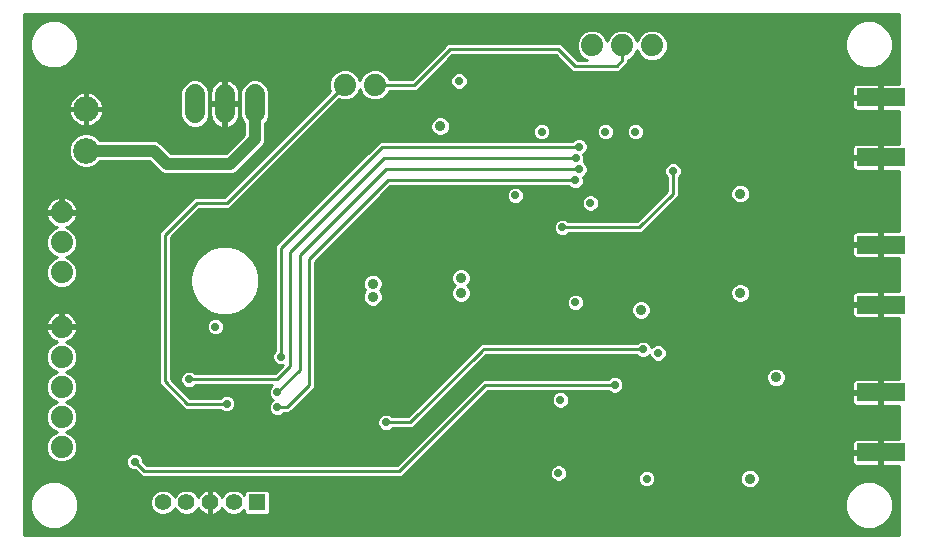
<source format=gbl>
G75*
G70*
%OFA0B0*%
%FSLAX24Y24*%
%IPPOS*%
%LPD*%
%AMOC8*
5,1,8,0,0,1.08239X$1,22.5*
%
%ADD10C,0.0318*%
%ADD11R,0.0560X0.0560*%
%ADD12C,0.0560*%
%ADD13C,0.0660*%
%ADD14C,0.0860*%
%ADD15C,0.0740*%
%ADD16R,0.1600X0.0600*%
%ADD17C,0.0100*%
%ADD18C,0.0278*%
%ADD19C,0.0357*%
%ADD20C,0.0400*%
D10*
X021672Y004253D03*
X022007Y004253D03*
X022341Y004253D03*
X022341Y004588D03*
X022007Y004588D03*
X021672Y004588D03*
X021672Y004922D03*
X022007Y004922D03*
X022341Y004922D03*
X022569Y012303D03*
X022097Y012303D03*
X022097Y012775D03*
X022569Y012775D03*
X022569Y013247D03*
X022097Y013247D03*
X023042Y013247D03*
X023042Y012775D03*
X023042Y012303D03*
D11*
X010281Y001794D03*
D12*
X009493Y001794D03*
X008706Y001794D03*
X007919Y001794D03*
X007131Y001794D03*
D13*
X008194Y014758D02*
X008194Y015418D01*
X009194Y015418D02*
X009194Y014758D01*
X010194Y014758D02*
X010194Y015418D01*
D14*
X004569Y014901D03*
X004569Y013524D03*
D15*
X003757Y011463D03*
X003757Y010463D03*
X003757Y009463D03*
X003757Y007650D03*
X003757Y006650D03*
X003757Y005650D03*
X003757Y004650D03*
X003757Y003650D03*
X013194Y015713D03*
X014194Y015713D03*
X021444Y017025D03*
X022444Y017025D03*
X023444Y017025D03*
D16*
X031059Y015305D03*
X031059Y013305D03*
X031059Y010383D03*
X031059Y008383D03*
X031059Y005462D03*
X031059Y003462D03*
D17*
X002489Y000695D02*
X002489Y018072D01*
X031677Y018072D01*
X031677Y015755D01*
X031109Y015755D01*
X031109Y015355D01*
X031009Y015355D01*
X031009Y015755D01*
X030240Y015755D01*
X030202Y015744D01*
X030167Y015725D01*
X030139Y015697D01*
X030120Y015662D01*
X030109Y015624D01*
X030109Y015355D01*
X031009Y015355D01*
X031009Y015255D01*
X030109Y015255D01*
X030109Y014985D01*
X030120Y014947D01*
X030139Y014912D01*
X030167Y014884D01*
X030202Y014865D01*
X030240Y014855D01*
X031009Y014855D01*
X031009Y015255D01*
X031109Y015255D01*
X031109Y014855D01*
X031677Y014855D01*
X031677Y013755D01*
X031109Y013755D01*
X031109Y013355D01*
X031009Y013355D01*
X031009Y013755D01*
X030240Y013755D01*
X030202Y013744D01*
X030167Y013725D01*
X030139Y013697D01*
X030120Y013662D01*
X030109Y013624D01*
X030109Y013355D01*
X031009Y013355D01*
X031009Y013255D01*
X030109Y013255D01*
X030109Y012985D01*
X030120Y012947D01*
X030139Y012912D01*
X030167Y012884D01*
X030202Y012865D01*
X030240Y012855D01*
X031009Y012855D01*
X031009Y013255D01*
X031109Y013255D01*
X031109Y012855D01*
X031677Y012855D01*
X031677Y010833D01*
X031109Y010833D01*
X031109Y010433D01*
X031009Y010433D01*
X031009Y010333D01*
X030109Y010333D01*
X030109Y010064D01*
X030120Y010025D01*
X030139Y009991D01*
X030167Y009963D01*
X030202Y009943D01*
X030240Y009933D01*
X031009Y009933D01*
X031009Y010333D01*
X031109Y010333D01*
X031109Y009933D01*
X031677Y009933D01*
X031677Y008833D01*
X031109Y008833D01*
X031109Y008433D01*
X031009Y008433D01*
X031009Y008333D01*
X030109Y008333D01*
X030109Y008064D01*
X030120Y008025D01*
X030139Y007991D01*
X030167Y007963D01*
X030202Y007943D01*
X030240Y007933D01*
X031009Y007933D01*
X031009Y008333D01*
X031109Y008333D01*
X031109Y007933D01*
X031677Y007933D01*
X031677Y005912D01*
X031109Y005912D01*
X031109Y005512D01*
X031009Y005512D01*
X031009Y005412D01*
X030109Y005412D01*
X030109Y005142D01*
X030120Y005104D01*
X030139Y005070D01*
X030167Y005042D01*
X030202Y005022D01*
X030240Y005012D01*
X031009Y005012D01*
X031009Y005412D01*
X031109Y005412D01*
X031109Y005012D01*
X031677Y005012D01*
X031677Y003912D01*
X031109Y003912D01*
X031109Y003512D01*
X031009Y003512D01*
X031009Y003412D01*
X030109Y003412D01*
X030109Y003142D01*
X030120Y003104D01*
X030139Y003070D01*
X030167Y003042D01*
X030202Y003022D01*
X030240Y003012D01*
X031009Y003012D01*
X031009Y003412D01*
X031109Y003412D01*
X031109Y003012D01*
X031677Y003012D01*
X031677Y000695D01*
X002489Y000695D01*
X002489Y000722D02*
X031677Y000722D01*
X031677Y000821D02*
X002489Y000821D01*
X002489Y000919D02*
X003310Y000919D01*
X003341Y000906D02*
X003659Y000906D01*
X003953Y001028D01*
X004179Y001253D01*
X004300Y001547D01*
X004300Y001865D01*
X004179Y002159D01*
X003953Y002384D01*
X003659Y002506D01*
X003341Y002506D01*
X003047Y002384D01*
X002822Y002159D01*
X002700Y001865D01*
X002700Y001547D01*
X002822Y001253D01*
X003047Y001028D01*
X003341Y000906D01*
X003073Y001018D02*
X002489Y001018D01*
X002489Y001116D02*
X002959Y001116D01*
X002861Y001215D02*
X002489Y001215D01*
X002489Y001313D02*
X002797Y001313D01*
X002757Y001412D02*
X002489Y001412D01*
X002489Y001510D02*
X002716Y001510D01*
X002700Y001609D02*
X002489Y001609D01*
X002489Y001707D02*
X002700Y001707D01*
X002700Y001806D02*
X002489Y001806D01*
X002489Y001904D02*
X002717Y001904D01*
X002757Y002003D02*
X002489Y002003D01*
X002489Y002101D02*
X002798Y002101D01*
X002863Y002200D02*
X002489Y002200D01*
X002489Y002298D02*
X002961Y002298D01*
X003077Y002397D02*
X002489Y002397D01*
X002489Y002495D02*
X003315Y002495D01*
X003686Y002495D02*
X020240Y002495D01*
X020262Y002486D02*
X020377Y002486D01*
X020483Y002530D01*
X020564Y002611D01*
X020608Y002718D01*
X020608Y002832D01*
X020564Y002939D01*
X020483Y003020D01*
X020377Y003064D01*
X020262Y003064D01*
X020156Y003020D01*
X020074Y002939D01*
X020030Y002832D01*
X020030Y002718D01*
X020074Y002611D01*
X020156Y002530D01*
X020262Y002486D01*
X020399Y002495D02*
X022982Y002495D01*
X022968Y002530D02*
X023012Y002424D01*
X023093Y002342D01*
X023199Y002298D01*
X023314Y002298D01*
X023421Y002342D01*
X023502Y002424D01*
X023546Y002530D01*
X023546Y002645D01*
X023502Y002751D01*
X023421Y002833D01*
X023314Y002877D01*
X023199Y002877D01*
X023093Y002833D01*
X023012Y002751D01*
X022968Y002645D01*
X022968Y002530D01*
X022968Y002594D02*
X020547Y002594D01*
X020598Y002692D02*
X022987Y002692D01*
X023051Y002791D02*
X020608Y002791D01*
X020585Y002889D02*
X026564Y002889D01*
X026508Y002866D02*
X026416Y002774D01*
X026366Y002653D01*
X026366Y002522D01*
X026416Y002401D01*
X026508Y002309D01*
X026629Y002259D01*
X026760Y002259D01*
X026880Y002309D01*
X026973Y002401D01*
X027023Y002522D01*
X027023Y002653D01*
X026973Y002774D01*
X026880Y002866D01*
X026760Y002916D01*
X026629Y002916D01*
X026508Y002866D01*
X026433Y002791D02*
X023463Y002791D01*
X023526Y002692D02*
X026382Y002692D01*
X026366Y002594D02*
X023546Y002594D01*
X023531Y002495D02*
X026377Y002495D01*
X026421Y002397D02*
X023475Y002397D01*
X023039Y002397D02*
X003924Y002397D01*
X004040Y002298D02*
X026535Y002298D01*
X026854Y002298D02*
X030126Y002298D01*
X030213Y002384D02*
X029988Y002159D01*
X029866Y001865D01*
X029866Y001547D01*
X029988Y001253D01*
X030213Y001028D01*
X030507Y000906D01*
X030825Y000906D01*
X031119Y001028D01*
X031344Y001253D01*
X031466Y001547D01*
X031466Y001865D01*
X031344Y002159D01*
X031119Y002384D01*
X030825Y002506D01*
X030507Y002506D01*
X030213Y002384D01*
X030242Y002397D02*
X026968Y002397D01*
X027011Y002495D02*
X030480Y002495D01*
X030851Y002495D02*
X031677Y002495D01*
X031677Y002397D02*
X031089Y002397D01*
X031205Y002298D02*
X031677Y002298D01*
X031677Y002200D02*
X031304Y002200D01*
X031368Y002101D02*
X031677Y002101D01*
X031677Y002003D02*
X031409Y002003D01*
X031450Y001904D02*
X031677Y001904D01*
X031677Y001806D02*
X031466Y001806D01*
X031466Y001707D02*
X031677Y001707D01*
X031677Y001609D02*
X031466Y001609D01*
X031450Y001510D02*
X031677Y001510D01*
X031677Y001412D02*
X031410Y001412D01*
X031369Y001313D02*
X031677Y001313D01*
X031677Y001215D02*
X031305Y001215D01*
X031207Y001116D02*
X031677Y001116D01*
X031677Y001018D02*
X031094Y001018D01*
X030856Y000919D02*
X031677Y000919D01*
X030476Y000919D02*
X003690Y000919D01*
X003928Y001018D02*
X030238Y001018D01*
X030125Y001116D02*
X004042Y001116D01*
X004140Y001215D02*
X030026Y001215D01*
X029963Y001313D02*
X004203Y001313D01*
X004244Y001412D02*
X006930Y001412D01*
X006888Y001429D02*
X007046Y001364D01*
X007217Y001364D01*
X007375Y001429D01*
X007496Y001550D01*
X007525Y001621D01*
X007554Y001550D01*
X007675Y001429D01*
X007833Y001364D01*
X008004Y001364D01*
X008162Y001429D01*
X008283Y001550D01*
X008312Y001620D01*
X008338Y001568D01*
X008378Y001514D01*
X008426Y001466D01*
X008481Y001426D01*
X008541Y001395D01*
X008605Y001374D01*
X008672Y001364D01*
X008677Y001364D01*
X008677Y001765D01*
X008735Y001765D01*
X008735Y001364D01*
X008740Y001364D01*
X008807Y001374D01*
X008871Y001395D01*
X008931Y001426D01*
X008986Y001466D01*
X009034Y001514D01*
X009074Y001568D01*
X009100Y001620D01*
X009129Y001550D01*
X009250Y001429D01*
X009408Y001364D01*
X009579Y001364D01*
X009737Y001429D01*
X009851Y001543D01*
X009851Y001452D01*
X009939Y001364D01*
X010623Y001364D01*
X010711Y001452D01*
X010711Y002136D01*
X010623Y002224D01*
X009939Y002224D01*
X009851Y002136D01*
X009851Y002044D01*
X009737Y002158D01*
X009579Y002224D01*
X009408Y002224D01*
X009250Y002158D01*
X009129Y002037D01*
X009100Y001968D01*
X009074Y002019D01*
X009034Y002074D01*
X008986Y002122D01*
X008931Y002161D01*
X008871Y002192D01*
X008807Y002213D01*
X008740Y002224D01*
X008735Y002224D01*
X008735Y001822D01*
X008677Y001822D01*
X008677Y002224D01*
X008672Y002224D01*
X008605Y002213D01*
X008541Y002192D01*
X008481Y002161D01*
X008426Y002122D01*
X008378Y002074D01*
X008338Y002019D01*
X008312Y001968D01*
X008283Y002037D01*
X008162Y002158D01*
X008004Y002224D01*
X007833Y002224D01*
X007675Y002158D01*
X007554Y002037D01*
X007525Y001967D01*
X007496Y002037D01*
X007375Y002158D01*
X007217Y002224D01*
X007046Y002224D01*
X006888Y002158D01*
X006767Y002037D01*
X006701Y001879D01*
X006701Y001708D01*
X006767Y001550D01*
X006888Y001429D01*
X006807Y001510D02*
X004285Y001510D01*
X004300Y001609D02*
X006743Y001609D01*
X006702Y001707D02*
X004300Y001707D01*
X004300Y001806D02*
X006701Y001806D01*
X006712Y001904D02*
X004284Y001904D01*
X004243Y002003D02*
X006752Y002003D01*
X006830Y002101D02*
X004203Y002101D01*
X004138Y002200D02*
X006987Y002200D01*
X007275Y002200D02*
X007775Y002200D01*
X007618Y002101D02*
X007432Y002101D01*
X007510Y002003D02*
X007540Y002003D01*
X008063Y002200D02*
X008564Y002200D01*
X008677Y002200D02*
X008735Y002200D01*
X008735Y002101D02*
X008677Y002101D01*
X008677Y002003D02*
X008735Y002003D01*
X008735Y001904D02*
X008677Y001904D01*
X008677Y001707D02*
X008735Y001707D01*
X008735Y001609D02*
X008677Y001609D01*
X008677Y001510D02*
X008735Y001510D01*
X008735Y001412D02*
X008677Y001412D01*
X008509Y001412D02*
X008120Y001412D01*
X008243Y001510D02*
X008382Y001510D01*
X008318Y001609D02*
X008307Y001609D01*
X008298Y002003D02*
X008330Y002003D01*
X008405Y002101D02*
X008219Y002101D01*
X008849Y002200D02*
X009350Y002200D01*
X009193Y002101D02*
X009007Y002101D01*
X009082Y002003D02*
X009115Y002003D01*
X009094Y001609D02*
X009105Y001609D01*
X009169Y001510D02*
X009030Y001510D01*
X008903Y001412D02*
X009293Y001412D01*
X009694Y001412D02*
X009891Y001412D01*
X009851Y001510D02*
X009818Y001510D01*
X009794Y002101D02*
X009851Y002101D01*
X009915Y002200D02*
X009637Y002200D01*
X010647Y002200D02*
X030028Y002200D01*
X029963Y002101D02*
X010711Y002101D01*
X010711Y002003D02*
X029923Y002003D01*
X029882Y001904D02*
X010711Y001904D01*
X010711Y001806D02*
X029866Y001806D01*
X029866Y001707D02*
X010711Y001707D01*
X010711Y001609D02*
X029866Y001609D01*
X029881Y001510D02*
X010711Y001510D01*
X010671Y001412D02*
X029922Y001412D01*
X031677Y002594D02*
X027023Y002594D01*
X027006Y002692D02*
X031677Y002692D01*
X031677Y002791D02*
X026956Y002791D01*
X026825Y002889D02*
X031677Y002889D01*
X031677Y002988D02*
X020516Y002988D01*
X020123Y002988D02*
X015440Y002988D01*
X015538Y003086D02*
X030130Y003086D01*
X030109Y003185D02*
X015637Y003185D01*
X015735Y003283D02*
X030109Y003283D01*
X030109Y003382D02*
X015834Y003382D01*
X015932Y003480D02*
X031009Y003480D01*
X031009Y003512D02*
X030109Y003512D01*
X030109Y003782D01*
X030120Y003820D01*
X030139Y003854D01*
X030167Y003882D01*
X030202Y003902D01*
X030240Y003912D01*
X031009Y003912D01*
X031009Y003512D01*
X031009Y003579D02*
X031109Y003579D01*
X031109Y003512D02*
X031677Y003512D01*
X031677Y003412D01*
X031109Y003412D01*
X031109Y003512D01*
X031109Y003480D02*
X031677Y003480D01*
X031109Y003382D02*
X031009Y003382D01*
X031009Y003283D02*
X031109Y003283D01*
X031109Y003185D02*
X031009Y003185D01*
X031009Y003086D02*
X031109Y003086D01*
X031109Y003677D02*
X031009Y003677D01*
X031009Y003776D02*
X031109Y003776D01*
X031109Y003874D02*
X031009Y003874D01*
X031677Y003973D02*
X016425Y003973D01*
X016523Y004071D02*
X031677Y004071D01*
X031677Y004170D02*
X016622Y004170D01*
X016720Y004268D02*
X031677Y004268D01*
X031677Y004367D02*
X016819Y004367D01*
X016917Y004465D02*
X031677Y004465D01*
X031677Y004564D02*
X017016Y004564D01*
X017114Y004662D02*
X031677Y004662D01*
X031677Y004761D02*
X017213Y004761D01*
X017311Y004859D02*
X031677Y004859D01*
X031677Y004958D02*
X020522Y004958D01*
X020546Y004967D02*
X020627Y005049D01*
X020671Y005155D01*
X020671Y005270D01*
X020627Y005376D01*
X020546Y005458D01*
X020439Y005502D01*
X020324Y005502D01*
X020218Y005458D01*
X020137Y005376D01*
X020093Y005270D01*
X020093Y005155D01*
X020137Y005049D01*
X020218Y004967D01*
X020324Y004923D01*
X020439Y004923D01*
X020546Y004967D01*
X020630Y005056D02*
X030153Y005056D01*
X030109Y005155D02*
X020671Y005155D01*
X020671Y005253D02*
X030109Y005253D01*
X030109Y005352D02*
X020637Y005352D01*
X020553Y005450D02*
X022073Y005450D01*
X022031Y005467D02*
X022137Y005423D01*
X022252Y005423D01*
X022358Y005467D01*
X022439Y005549D01*
X022483Y005655D01*
X022483Y005770D01*
X022439Y005876D01*
X022358Y005958D01*
X022252Y006002D01*
X022137Y006002D01*
X022031Y005958D01*
X021985Y005912D01*
X017799Y005912D01*
X014924Y003037D01*
X006590Y003037D01*
X006483Y003144D01*
X006483Y003207D01*
X006439Y003314D01*
X006358Y003395D01*
X006252Y003439D01*
X006137Y003439D01*
X006031Y003395D01*
X005949Y003314D01*
X005905Y003207D01*
X005905Y003093D01*
X005949Y002986D01*
X006031Y002905D01*
X006137Y002861D01*
X006200Y002861D01*
X006424Y002638D01*
X015090Y002638D01*
X015207Y002755D01*
X017965Y005513D01*
X021985Y005513D01*
X022031Y005467D01*
X022316Y005450D02*
X031009Y005450D01*
X031009Y005512D02*
X030109Y005512D01*
X030109Y005782D01*
X030120Y005820D01*
X030139Y005854D01*
X030167Y005882D01*
X030202Y005902D01*
X030240Y005912D01*
X031009Y005912D01*
X031009Y005512D01*
X031009Y005549D02*
X031109Y005549D01*
X031109Y005512D02*
X031677Y005512D01*
X031677Y005412D01*
X031109Y005412D01*
X031109Y005512D01*
X031109Y005450D02*
X031677Y005450D01*
X031109Y005352D02*
X031009Y005352D01*
X031009Y005253D02*
X031109Y005253D01*
X031109Y005155D02*
X031009Y005155D01*
X031009Y005056D02*
X031109Y005056D01*
X030109Y005549D02*
X022439Y005549D01*
X022480Y005647D02*
X027473Y005647D01*
X027504Y005634D02*
X027635Y005634D01*
X027755Y005684D01*
X027848Y005776D01*
X027898Y005897D01*
X027898Y006028D01*
X027848Y006149D01*
X027755Y006241D01*
X027635Y006291D01*
X027504Y006291D01*
X027383Y006241D01*
X027291Y006149D01*
X027241Y006028D01*
X027241Y005897D01*
X027291Y005776D01*
X027383Y005684D01*
X027504Y005634D01*
X027666Y005647D02*
X030109Y005647D01*
X030109Y005746D02*
X027817Y005746D01*
X027876Y005844D02*
X030134Y005844D01*
X031009Y005844D02*
X031109Y005844D01*
X031109Y005746D02*
X031009Y005746D01*
X031009Y005647D02*
X031109Y005647D01*
X031677Y005943D02*
X027898Y005943D01*
X027892Y006041D02*
X031677Y006041D01*
X031677Y006140D02*
X027851Y006140D01*
X027758Y006238D02*
X031677Y006238D01*
X031677Y006337D02*
X017539Y006337D01*
X017637Y006435D02*
X031677Y006435D01*
X031677Y006534D02*
X023799Y006534D01*
X023796Y006530D02*
X023877Y006611D01*
X023921Y006718D01*
X023921Y006832D01*
X023877Y006939D01*
X023796Y007020D01*
X023689Y007064D01*
X023574Y007064D01*
X023468Y007020D01*
X023416Y006968D01*
X023377Y007064D01*
X023296Y007145D01*
X023189Y007189D01*
X023074Y007189D01*
X022968Y007145D01*
X022923Y007100D01*
X017736Y007100D01*
X017643Y007006D01*
X017643Y007006D01*
X015299Y004662D01*
X014778Y004662D01*
X014733Y004708D01*
X014627Y004752D01*
X014512Y004752D01*
X014406Y004708D01*
X014324Y004626D01*
X014280Y004520D01*
X014280Y004405D01*
X014324Y004299D01*
X014406Y004217D01*
X014512Y004173D01*
X014627Y004173D01*
X014733Y004217D01*
X014778Y004263D01*
X015465Y004263D01*
X017902Y006700D01*
X022923Y006700D01*
X022968Y006655D01*
X023074Y006611D01*
X023189Y006611D01*
X023296Y006655D01*
X023347Y006707D01*
X023387Y006611D01*
X023468Y006530D01*
X023574Y006486D01*
X023689Y006486D01*
X023796Y006530D01*
X023885Y006632D02*
X031677Y006632D01*
X031677Y006731D02*
X023921Y006731D01*
X023921Y006829D02*
X031677Y006829D01*
X031677Y006928D02*
X023881Y006928D01*
X023781Y007026D02*
X031677Y007026D01*
X031677Y007125D02*
X023316Y007125D01*
X023392Y007026D02*
X023482Y007026D01*
X023132Y006900D02*
X017819Y006900D01*
X017757Y006838D01*
X017726Y006806D01*
X015382Y004463D01*
X014569Y004463D01*
X014360Y004662D02*
X004277Y004662D01*
X004277Y004753D02*
X004277Y004547D01*
X004198Y004355D01*
X004051Y004209D01*
X003908Y004150D01*
X004051Y004091D01*
X004198Y003945D01*
X004277Y003753D01*
X004277Y003547D01*
X004198Y003355D01*
X004051Y003209D01*
X003860Y003130D01*
X003653Y003130D01*
X003462Y003209D01*
X003316Y003355D01*
X003237Y003547D01*
X003237Y003753D01*
X003316Y003945D01*
X003462Y004091D01*
X003605Y004150D01*
X003462Y004209D01*
X003316Y004355D01*
X003237Y004547D01*
X003237Y004753D01*
X003316Y004945D01*
X003462Y005091D01*
X003605Y005150D01*
X003462Y005209D01*
X003316Y005355D01*
X003237Y005547D01*
X003237Y005753D01*
X003316Y005945D01*
X003462Y006091D01*
X003605Y006150D01*
X003462Y006209D01*
X003316Y006355D01*
X003237Y006547D01*
X003237Y006753D01*
X003316Y006945D01*
X003462Y007091D01*
X003608Y007151D01*
X003557Y007168D01*
X003484Y007205D01*
X003418Y007253D01*
X003360Y007311D01*
X003312Y007377D01*
X003275Y007450D01*
X003250Y007528D01*
X003238Y007600D01*
X003707Y007600D01*
X003707Y007700D01*
X003707Y008169D01*
X003635Y008157D01*
X003557Y008132D01*
X003484Y008095D01*
X003418Y008047D01*
X003360Y007989D01*
X003312Y007923D01*
X003275Y007850D01*
X003250Y007772D01*
X003238Y007700D01*
X003707Y007700D01*
X003807Y007700D01*
X004275Y007700D01*
X004264Y007772D01*
X004239Y007850D01*
X004202Y007923D01*
X004153Y007989D01*
X004096Y008047D01*
X004029Y008095D01*
X003956Y008132D01*
X003879Y008157D01*
X003807Y008169D01*
X003807Y007700D01*
X003807Y007600D01*
X004275Y007600D01*
X004264Y007528D01*
X004239Y007450D01*
X004202Y007377D01*
X004153Y007311D01*
X004096Y007253D01*
X004029Y007205D01*
X003956Y007168D01*
X003905Y007151D01*
X004051Y007091D01*
X004198Y006945D01*
X004277Y006753D01*
X004277Y006547D01*
X004198Y006355D01*
X004051Y006209D01*
X003908Y006150D01*
X004051Y006091D01*
X004198Y005945D01*
X004277Y005753D01*
X004277Y005547D01*
X004198Y005355D01*
X004051Y005209D01*
X003908Y005150D01*
X004051Y005091D01*
X004198Y004945D01*
X004277Y004753D01*
X004274Y004761D02*
X010737Y004761D01*
X010699Y004799D02*
X010781Y004717D01*
X010887Y004673D01*
X011002Y004673D01*
X011108Y004717D01*
X011153Y004763D01*
X011340Y004763D01*
X012090Y005513D01*
X012207Y005630D01*
X012207Y009817D01*
X014715Y012325D01*
X020673Y012325D01*
X020718Y012280D01*
X020824Y012236D01*
X020939Y012236D01*
X021046Y012280D01*
X021127Y012361D01*
X021171Y012468D01*
X021171Y012582D01*
X021145Y012644D01*
X021171Y012655D01*
X021252Y012736D01*
X021296Y012843D01*
X021296Y012957D01*
X021252Y013064D01*
X021171Y013145D01*
X021155Y013152D01*
X021179Y013210D01*
X021179Y013325D01*
X021149Y013396D01*
X021171Y013405D01*
X021252Y013486D01*
X021296Y013593D01*
X021296Y013707D01*
X021252Y013814D01*
X021171Y013895D01*
X021064Y013939D01*
X020949Y013939D01*
X020843Y013895D01*
X020798Y013850D01*
X014361Y013850D01*
X010986Y010475D01*
X010869Y010358D01*
X010869Y006859D01*
X010824Y006814D01*
X010780Y006707D01*
X010780Y006593D01*
X010824Y006486D01*
X010906Y006405D01*
X011012Y006361D01*
X011122Y006361D01*
X010861Y006100D01*
X008216Y006100D01*
X008171Y006145D01*
X008064Y006189D01*
X007949Y006189D01*
X007843Y006145D01*
X007762Y006064D01*
X007718Y005957D01*
X007718Y005843D01*
X007762Y005736D01*
X007843Y005655D01*
X007949Y005611D01*
X008064Y005611D01*
X008171Y005655D01*
X008216Y005700D01*
X010773Y005700D01*
X010699Y005626D01*
X010655Y005520D01*
X010655Y005405D01*
X010699Y005299D01*
X010781Y005217D01*
X010792Y005212D01*
X010781Y005208D01*
X010699Y005126D01*
X010655Y005020D01*
X010655Y004905D01*
X010699Y004799D01*
X010674Y004859D02*
X009437Y004859D01*
X009421Y004842D02*
X009502Y004924D01*
X009546Y005030D01*
X009546Y005145D01*
X009502Y005251D01*
X009421Y005333D01*
X009314Y005377D01*
X009199Y005377D01*
X009093Y005333D01*
X009048Y005287D01*
X008027Y005287D01*
X007394Y005920D01*
X007394Y010630D01*
X008340Y011575D01*
X009340Y011575D01*
X012996Y015232D01*
X013091Y015193D01*
X013298Y015193D01*
X013489Y015272D01*
X013635Y015418D01*
X013694Y015561D01*
X013753Y015418D01*
X013900Y015272D01*
X014091Y015193D01*
X014298Y015193D01*
X014489Y015272D01*
X014635Y015418D01*
X014674Y015513D01*
X015590Y015513D01*
X016777Y016700D01*
X020236Y016700D01*
X020682Y016255D01*
X020799Y016138D01*
X022340Y016138D01*
X022527Y016325D01*
X022644Y016442D01*
X022644Y016545D01*
X022739Y016584D01*
X022885Y016730D01*
X022944Y016873D01*
X023003Y016730D01*
X023150Y016584D01*
X023341Y016505D01*
X023548Y016505D01*
X023739Y016584D01*
X023885Y016730D01*
X023964Y016922D01*
X023964Y017128D01*
X023885Y017320D01*
X023739Y017466D01*
X023548Y017545D01*
X023341Y017545D01*
X023150Y017466D01*
X023003Y017320D01*
X022944Y017177D01*
X022885Y017320D01*
X022739Y017466D01*
X022548Y017545D01*
X022341Y017545D01*
X022150Y017466D01*
X022003Y017320D01*
X021944Y017177D01*
X021885Y017320D01*
X021739Y017466D01*
X021548Y017545D01*
X021341Y017545D01*
X021150Y017466D01*
X021003Y017320D01*
X020924Y017128D01*
X020924Y016922D01*
X021003Y016730D01*
X021150Y016584D01*
X021262Y016537D01*
X020965Y016537D01*
X020402Y017100D01*
X016611Y017100D01*
X016494Y016983D01*
X015424Y015912D01*
X014674Y015912D01*
X014635Y016007D01*
X014489Y016153D01*
X014298Y016232D01*
X014091Y016232D01*
X013900Y016153D01*
X013753Y016007D01*
X013694Y015864D01*
X013635Y016007D01*
X013489Y016153D01*
X013298Y016232D01*
X013091Y016232D01*
X012900Y016153D01*
X012753Y016007D01*
X012674Y015816D01*
X012674Y015609D01*
X012713Y015515D01*
X009174Y011975D01*
X008174Y011975D01*
X008057Y011858D01*
X006994Y010795D01*
X006994Y005755D01*
X007111Y005638D01*
X007861Y004888D01*
X009048Y004888D01*
X009093Y004842D01*
X009199Y004798D01*
X009314Y004798D01*
X009421Y004842D01*
X009516Y004958D02*
X010655Y004958D01*
X010670Y005056D02*
X009546Y005056D01*
X009542Y005155D02*
X010727Y005155D01*
X010745Y005253D02*
X009500Y005253D01*
X009375Y005352D02*
X010677Y005352D01*
X010655Y005450D02*
X007865Y005450D01*
X007963Y005352D02*
X009139Y005352D01*
X009257Y005088D02*
X007944Y005088D01*
X007194Y005838D01*
X007194Y010713D01*
X008257Y011775D01*
X009257Y011775D01*
X013194Y015713D01*
X013683Y015891D02*
X013705Y015891D01*
X013746Y015990D02*
X013642Y015990D01*
X013554Y016088D02*
X013834Y016088D01*
X013980Y016187D02*
X013409Y016187D01*
X012980Y016187D02*
X002489Y016187D01*
X002489Y016285D02*
X003282Y016285D01*
X003341Y016261D02*
X003659Y016261D01*
X003953Y016382D01*
X004179Y016607D01*
X004300Y016901D01*
X004300Y017220D01*
X004179Y017514D01*
X003953Y017739D01*
X003659Y017860D01*
X003341Y017860D01*
X003047Y017739D01*
X002822Y017514D01*
X002700Y017220D01*
X002700Y016901D01*
X002822Y016607D01*
X003047Y016382D01*
X003341Y016261D01*
X003046Y016384D02*
X002489Y016384D01*
X002489Y016482D02*
X002948Y016482D01*
X002849Y016581D02*
X002489Y016581D01*
X002489Y016679D02*
X002793Y016679D01*
X002752Y016778D02*
X002489Y016778D01*
X002489Y016876D02*
X002711Y016876D01*
X002700Y016975D02*
X002489Y016975D01*
X002489Y017073D02*
X002700Y017073D01*
X002700Y017172D02*
X002489Y017172D01*
X002489Y017270D02*
X002721Y017270D01*
X002762Y017369D02*
X002489Y017369D01*
X002489Y017467D02*
X002803Y017467D01*
X002874Y017566D02*
X002489Y017566D01*
X002489Y017664D02*
X002973Y017664D01*
X003105Y017763D02*
X002489Y017763D01*
X002489Y017861D02*
X031677Y017861D01*
X031677Y017763D02*
X031061Y017763D01*
X031119Y017739D02*
X030825Y017860D01*
X030507Y017860D01*
X030213Y017739D01*
X029988Y017514D01*
X029866Y017220D01*
X029866Y016901D01*
X029988Y016607D01*
X030213Y016382D01*
X030507Y016261D01*
X030825Y016261D01*
X031119Y016382D01*
X031344Y016607D01*
X031466Y016901D01*
X031466Y017220D01*
X031344Y017514D01*
X031119Y017739D01*
X031193Y017664D02*
X031677Y017664D01*
X031677Y017566D02*
X031292Y017566D01*
X031363Y017467D02*
X031677Y017467D01*
X031677Y017369D02*
X031404Y017369D01*
X031445Y017270D02*
X031677Y017270D01*
X031677Y017172D02*
X031466Y017172D01*
X031466Y017073D02*
X031677Y017073D01*
X031677Y016975D02*
X031466Y016975D01*
X031455Y016876D02*
X031677Y016876D01*
X031677Y016778D02*
X031414Y016778D01*
X031374Y016679D02*
X031677Y016679D01*
X031677Y016581D02*
X031317Y016581D01*
X031219Y016482D02*
X031677Y016482D01*
X031677Y016384D02*
X031120Y016384D01*
X030884Y016285D02*
X031677Y016285D01*
X031677Y016187D02*
X022389Y016187D01*
X022487Y016285D02*
X030447Y016285D01*
X030211Y016384D02*
X022586Y016384D01*
X022644Y016482D02*
X030113Y016482D01*
X030014Y016581D02*
X023730Y016581D01*
X023834Y016679D02*
X029958Y016679D01*
X029917Y016778D02*
X023905Y016778D01*
X023945Y016876D02*
X029876Y016876D01*
X029866Y016975D02*
X023964Y016975D01*
X023964Y017073D02*
X029866Y017073D01*
X029866Y017172D02*
X023946Y017172D01*
X023906Y017270D02*
X029887Y017270D01*
X029928Y017369D02*
X023836Y017369D01*
X023736Y017467D02*
X029968Y017467D01*
X030040Y017566D02*
X004127Y017566D01*
X004198Y017467D02*
X021153Y017467D01*
X021052Y017369D02*
X004239Y017369D01*
X004279Y017270D02*
X020983Y017270D01*
X020942Y017172D02*
X004300Y017172D01*
X004300Y017073D02*
X016584Y017073D01*
X016486Y016975D02*
X004300Y016975D01*
X004290Y016876D02*
X016387Y016876D01*
X016289Y016778D02*
X004249Y016778D01*
X004208Y016679D02*
X016190Y016679D01*
X016092Y016581D02*
X004152Y016581D01*
X004053Y016482D02*
X015993Y016482D01*
X015895Y016384D02*
X003955Y016384D01*
X003719Y016285D02*
X015796Y016285D01*
X015698Y016187D02*
X014409Y016187D01*
X014554Y016088D02*
X015599Y016088D01*
X015501Y015990D02*
X014642Y015990D01*
X014194Y015713D02*
X015507Y015713D01*
X016694Y016900D01*
X020319Y016900D01*
X020882Y016338D01*
X022257Y016338D01*
X022444Y016525D01*
X022444Y017025D01*
X022834Y016679D02*
X023055Y016679D01*
X022984Y016778D02*
X022905Y016778D01*
X022730Y016581D02*
X023158Y016581D01*
X022983Y017270D02*
X022906Y017270D01*
X022836Y017369D02*
X023052Y017369D01*
X023153Y017467D02*
X022736Y017467D01*
X022153Y017467D02*
X021736Y017467D01*
X021836Y017369D02*
X022052Y017369D01*
X021983Y017270D02*
X021906Y017270D01*
X020924Y017073D02*
X020429Y017073D01*
X020528Y016975D02*
X020924Y016975D01*
X020943Y016876D02*
X020626Y016876D01*
X020725Y016778D02*
X020984Y016778D01*
X021055Y016679D02*
X020823Y016679D01*
X020922Y016581D02*
X021158Y016581D01*
X020553Y016384D02*
X016461Y016384D01*
X016559Y016482D02*
X020454Y016482D01*
X020356Y016581D02*
X016658Y016581D01*
X016756Y016679D02*
X020257Y016679D01*
X020651Y016285D02*
X016362Y016285D01*
X016264Y016187D02*
X020750Y016187D01*
X019921Y014395D02*
X019814Y014439D01*
X019699Y014439D01*
X019593Y014395D01*
X019512Y014314D01*
X019468Y014207D01*
X019468Y014093D01*
X019512Y013986D01*
X019593Y013905D01*
X019699Y013861D01*
X019814Y013861D01*
X019921Y013905D01*
X020002Y013986D01*
X020046Y014093D01*
X020046Y014207D01*
X020002Y014314D01*
X019921Y014395D01*
X019876Y014414D02*
X021763Y014414D01*
X021718Y014395D02*
X021637Y014314D01*
X021593Y014207D01*
X021593Y014093D01*
X021637Y013986D01*
X021718Y013905D01*
X021824Y013861D01*
X021939Y013861D01*
X022046Y013905D01*
X022127Y013986D01*
X022171Y014093D01*
X022171Y014207D01*
X022127Y014314D01*
X022046Y014395D01*
X021939Y014439D01*
X021824Y014439D01*
X021718Y014395D01*
X021638Y014315D02*
X020001Y014315D01*
X020042Y014217D02*
X021596Y014217D01*
X021593Y014118D02*
X020046Y014118D01*
X020016Y014020D02*
X021623Y014020D01*
X021702Y013921D02*
X021108Y013921D01*
X021243Y013823D02*
X031677Y013823D01*
X031677Y013921D02*
X023062Y013921D01*
X023046Y013905D02*
X023127Y013986D01*
X023171Y014093D01*
X023171Y014207D01*
X023127Y014314D01*
X023046Y014395D01*
X022939Y014439D01*
X022824Y014439D01*
X022718Y014395D01*
X022637Y014314D01*
X022593Y014207D01*
X022593Y014093D01*
X022637Y013986D01*
X022718Y013905D01*
X022824Y013861D01*
X022939Y013861D01*
X023046Y013905D01*
X023141Y014020D02*
X031677Y014020D01*
X031677Y014118D02*
X023171Y014118D01*
X023167Y014217D02*
X031677Y014217D01*
X031677Y014315D02*
X023126Y014315D01*
X023001Y014414D02*
X031677Y014414D01*
X031677Y014512D02*
X016665Y014512D01*
X016660Y014524D02*
X016568Y014616D01*
X016447Y014666D01*
X016316Y014666D01*
X016196Y014616D01*
X016103Y014524D01*
X016053Y014403D01*
X016053Y014272D01*
X016103Y014151D01*
X016196Y014059D01*
X016316Y014009D01*
X016447Y014009D01*
X016568Y014059D01*
X016660Y014151D01*
X016710Y014272D01*
X016710Y014403D01*
X016660Y014524D01*
X016706Y014414D02*
X019638Y014414D01*
X019513Y014315D02*
X016710Y014315D01*
X016687Y014217D02*
X019471Y014217D01*
X019468Y014118D02*
X016627Y014118D01*
X016472Y014020D02*
X019498Y014020D01*
X019577Y013921D02*
X011686Y013921D01*
X011784Y014020D02*
X016291Y014020D01*
X016137Y014118D02*
X011883Y014118D01*
X011981Y014217D02*
X016076Y014217D01*
X016053Y014315D02*
X012080Y014315D01*
X012178Y014414D02*
X016058Y014414D01*
X016099Y014512D02*
X012277Y014512D01*
X012375Y014611D02*
X016190Y014611D01*
X016573Y014611D02*
X031677Y014611D01*
X031677Y014709D02*
X012474Y014709D01*
X012572Y014808D02*
X031677Y014808D01*
X031109Y014906D02*
X031009Y014906D01*
X031009Y015005D02*
X031109Y015005D01*
X031109Y015103D02*
X031009Y015103D01*
X031009Y015202D02*
X031109Y015202D01*
X031109Y015255D02*
X031109Y015355D01*
X031677Y015355D01*
X031677Y015255D01*
X031109Y015255D01*
X031109Y015300D02*
X031677Y015300D01*
X031109Y015399D02*
X031009Y015399D01*
X031009Y015497D02*
X031109Y015497D01*
X031109Y015596D02*
X031009Y015596D01*
X031009Y015694D02*
X031109Y015694D01*
X031677Y015793D02*
X017296Y015793D01*
X017296Y015780D02*
X017252Y015674D01*
X017171Y015592D01*
X017064Y015548D01*
X016949Y015548D01*
X016843Y015592D01*
X016762Y015674D01*
X016718Y015780D01*
X016718Y015895D01*
X016762Y016001D01*
X016843Y016083D01*
X016949Y016127D01*
X017064Y016127D01*
X017171Y016083D01*
X017252Y016001D01*
X017296Y015895D01*
X017296Y015780D01*
X017260Y015694D02*
X030138Y015694D01*
X030109Y015596D02*
X017174Y015596D01*
X017296Y015891D02*
X031677Y015891D01*
X031677Y015990D02*
X017257Y015990D01*
X017157Y016088D02*
X031677Y016088D01*
X031009Y015300D02*
X014517Y015300D01*
X014616Y015399D02*
X030109Y015399D01*
X030109Y015497D02*
X014668Y015497D01*
X014320Y015202D02*
X030109Y015202D01*
X030109Y015103D02*
X012868Y015103D01*
X012966Y015202D02*
X013069Y015202D01*
X013320Y015202D02*
X014069Y015202D01*
X013871Y015300D02*
X013517Y015300D01*
X013616Y015399D02*
X013773Y015399D01*
X013721Y015497D02*
X013668Y015497D01*
X012769Y015005D02*
X030109Y015005D01*
X030146Y014906D02*
X012671Y014906D01*
X012302Y015103D02*
X010674Y015103D01*
X010674Y015005D02*
X012203Y015005D01*
X012105Y014906D02*
X010674Y014906D01*
X010674Y014808D02*
X012006Y014808D01*
X011908Y014709D02*
X010674Y014709D01*
X010674Y014662D02*
X010601Y014486D01*
X010544Y014429D01*
X010544Y013830D01*
X010491Y013702D01*
X010393Y013603D01*
X009580Y012791D01*
X009451Y012738D01*
X007187Y012738D01*
X007059Y012791D01*
X006960Y012889D01*
X006676Y013174D01*
X005040Y013174D01*
X004898Y013032D01*
X004685Y012944D01*
X004454Y012944D01*
X004241Y013032D01*
X004078Y013195D01*
X003989Y013408D01*
X003989Y013639D01*
X004078Y013852D01*
X004241Y014015D01*
X004454Y014104D01*
X004685Y014104D01*
X004898Y014015D01*
X005040Y013874D01*
X006890Y013874D01*
X007019Y013820D01*
X007402Y013437D01*
X009237Y013437D01*
X009844Y014045D01*
X009844Y014429D01*
X009787Y014486D01*
X009714Y014662D01*
X009714Y015513D01*
X009787Y015689D01*
X009922Y015824D01*
X010099Y015897D01*
X010290Y015897D01*
X010466Y015824D01*
X010601Y015689D01*
X010674Y015513D01*
X010674Y014662D01*
X010653Y014611D02*
X011809Y014611D01*
X011711Y014512D02*
X010612Y014512D01*
X010544Y014414D02*
X011612Y014414D01*
X011514Y014315D02*
X010544Y014315D01*
X010544Y014217D02*
X011415Y014217D01*
X011317Y014118D02*
X010544Y014118D01*
X010544Y014020D02*
X011218Y014020D01*
X011120Y013921D02*
X010544Y013921D01*
X010541Y013823D02*
X011021Y013823D01*
X010923Y013724D02*
X010500Y013724D01*
X010415Y013626D02*
X010824Y013626D01*
X010726Y013527D02*
X010316Y013527D01*
X010218Y013429D02*
X010627Y013429D01*
X010529Y013330D02*
X010119Y013330D01*
X010021Y013232D02*
X010430Y013232D01*
X010332Y013133D02*
X009922Y013133D01*
X009824Y013035D02*
X010233Y013035D01*
X010135Y012936D02*
X009725Y012936D01*
X009627Y012838D02*
X010036Y012838D01*
X009938Y012739D02*
X009455Y012739D01*
X009741Y012542D02*
X002489Y012542D01*
X002489Y012444D02*
X009642Y012444D01*
X009544Y012345D02*
X002489Y012345D01*
X002489Y012247D02*
X009445Y012247D01*
X009347Y012148D02*
X002489Y012148D01*
X002489Y012050D02*
X009248Y012050D01*
X009617Y011853D02*
X012364Y011853D01*
X012462Y011951D02*
X009716Y011951D01*
X009814Y012050D02*
X012561Y012050D01*
X012659Y012148D02*
X009913Y012148D01*
X010011Y012247D02*
X012758Y012247D01*
X012856Y012345D02*
X010110Y012345D01*
X010208Y012444D02*
X012955Y012444D01*
X013053Y012542D02*
X010307Y012542D01*
X010405Y012641D02*
X013152Y012641D01*
X013250Y012739D02*
X010504Y012739D01*
X010602Y012838D02*
X013349Y012838D01*
X013447Y012936D02*
X010701Y012936D01*
X010799Y013035D02*
X013546Y013035D01*
X013644Y013133D02*
X010898Y013133D01*
X010996Y013232D02*
X013743Y013232D01*
X013841Y013330D02*
X011095Y013330D01*
X011193Y013429D02*
X013940Y013429D01*
X014038Y013527D02*
X011292Y013527D01*
X011390Y013626D02*
X014137Y013626D01*
X014235Y013724D02*
X011489Y013724D01*
X011587Y013823D02*
X014334Y013823D01*
X014444Y013650D02*
X011069Y010275D01*
X011069Y006650D01*
X010805Y006534D02*
X007394Y006534D01*
X007394Y006632D02*
X010780Y006632D01*
X010790Y006731D02*
X007394Y006731D01*
X007394Y006829D02*
X010839Y006829D01*
X010869Y006928D02*
X007394Y006928D01*
X007394Y007026D02*
X010869Y007026D01*
X010869Y007125D02*
X007394Y007125D01*
X007394Y007223D02*
X010869Y007223D01*
X010869Y007322D02*
X007394Y007322D01*
X007394Y007420D02*
X008703Y007420D01*
X008718Y007405D02*
X008824Y007361D01*
X008939Y007361D01*
X009046Y007405D01*
X009127Y007486D01*
X009171Y007593D01*
X009171Y007707D01*
X009127Y007814D01*
X009046Y007895D01*
X008939Y007939D01*
X008824Y007939D01*
X008718Y007895D01*
X008637Y007814D01*
X007394Y007814D01*
X007394Y007716D02*
X008596Y007716D01*
X008593Y007707D02*
X008593Y007593D01*
X008637Y007486D01*
X008718Y007405D01*
X008623Y007519D02*
X007394Y007519D01*
X007394Y007617D02*
X008593Y007617D01*
X008593Y007707D02*
X008637Y007814D01*
X008760Y007913D02*
X007394Y007913D01*
X007394Y008011D02*
X010869Y008011D01*
X010869Y007913D02*
X009003Y007913D01*
X009043Y008038D02*
X009346Y008038D01*
X009638Y008116D01*
X009900Y008267D01*
X010114Y008481D01*
X010266Y008744D01*
X010344Y009036D01*
X010344Y009339D01*
X010266Y009631D01*
X010114Y009894D01*
X009900Y010108D01*
X009638Y010259D01*
X009346Y010337D01*
X009043Y010337D01*
X008750Y010259D01*
X008488Y010108D01*
X008274Y009894D01*
X008123Y009631D01*
X008044Y009339D01*
X008044Y009036D01*
X008123Y008744D01*
X008274Y008481D01*
X008488Y008267D01*
X008750Y008116D01*
X009043Y008038D01*
X009127Y007814D02*
X010869Y007814D01*
X010869Y007716D02*
X009168Y007716D01*
X009171Y007617D02*
X010869Y007617D01*
X010869Y007519D02*
X009140Y007519D01*
X009061Y007420D02*
X010869Y007420D01*
X010869Y008110D02*
X009614Y008110D01*
X009798Y008208D02*
X010869Y008208D01*
X010869Y008307D02*
X009940Y008307D01*
X010038Y008405D02*
X010869Y008405D01*
X010869Y008504D02*
X010127Y008504D01*
X010184Y008602D02*
X010869Y008602D01*
X010869Y008701D02*
X010241Y008701D01*
X010281Y008799D02*
X010869Y008799D01*
X010869Y008898D02*
X010307Y008898D01*
X010334Y008996D02*
X010869Y008996D01*
X010869Y009095D02*
X010344Y009095D01*
X010344Y009193D02*
X010869Y009193D01*
X010869Y009292D02*
X010344Y009292D01*
X010331Y009390D02*
X010869Y009390D01*
X010869Y009489D02*
X010304Y009489D01*
X010278Y009587D02*
X010869Y009587D01*
X010869Y009686D02*
X010235Y009686D01*
X010178Y009784D02*
X010869Y009784D01*
X010869Y009883D02*
X010121Y009883D01*
X010027Y009981D02*
X010869Y009981D01*
X010869Y010080D02*
X009929Y010080D01*
X009779Y010178D02*
X010869Y010178D01*
X010869Y010277D02*
X009573Y010277D01*
X008815Y010277D02*
X007394Y010277D01*
X007394Y010375D02*
X010886Y010375D01*
X010985Y010474D02*
X007394Y010474D01*
X007394Y010572D02*
X011083Y010572D01*
X011182Y010671D02*
X007435Y010671D01*
X007534Y010769D02*
X011280Y010769D01*
X011379Y010868D02*
X007632Y010868D01*
X007731Y010966D02*
X011477Y010966D01*
X011576Y011065D02*
X007829Y011065D01*
X007928Y011163D02*
X011674Y011163D01*
X011773Y011262D02*
X008026Y011262D01*
X008125Y011360D02*
X011871Y011360D01*
X011970Y011459D02*
X008223Y011459D01*
X008322Y011557D02*
X012068Y011557D01*
X012167Y011656D02*
X009420Y011656D01*
X009519Y011754D02*
X012265Y011754D01*
X013356Y010966D02*
X020155Y010966D01*
X020155Y011020D02*
X020155Y010905D01*
X020199Y010799D01*
X020281Y010717D01*
X020387Y010673D01*
X020502Y010673D01*
X020608Y010717D01*
X020653Y010763D01*
X023090Y010763D01*
X023207Y010880D01*
X024332Y012005D01*
X024332Y012629D01*
X024377Y012674D01*
X024421Y012780D01*
X024421Y012895D01*
X024377Y013001D01*
X024296Y013083D01*
X024189Y013127D01*
X024074Y013127D01*
X023968Y013083D01*
X023887Y013001D01*
X023843Y012895D01*
X023843Y012780D01*
X023887Y012674D01*
X023932Y012629D01*
X023932Y012170D01*
X022924Y011162D01*
X020653Y011162D01*
X020608Y011208D01*
X020502Y011252D01*
X020387Y011252D01*
X020281Y011208D01*
X020199Y011126D01*
X020155Y011020D01*
X020174Y011065D02*
X013454Y011065D01*
X013553Y011163D02*
X020236Y011163D01*
X020444Y010963D02*
X023007Y010963D01*
X024132Y012088D01*
X024132Y012838D01*
X024344Y013035D02*
X030109Y013035D01*
X030109Y013133D02*
X021183Y013133D01*
X021179Y013232D02*
X030109Y013232D01*
X030109Y013429D02*
X021194Y013429D01*
X021176Y013330D02*
X031009Y013330D01*
X031009Y013232D02*
X031109Y013232D01*
X031109Y013255D02*
X031109Y013355D01*
X031677Y013355D01*
X031677Y013255D01*
X031109Y013255D01*
X031109Y013330D02*
X031677Y013330D01*
X031109Y013429D02*
X031009Y013429D01*
X031009Y013527D02*
X031109Y013527D01*
X031109Y013626D02*
X031009Y013626D01*
X031009Y013724D02*
X031109Y013724D01*
X031109Y013133D02*
X031009Y013133D01*
X031009Y013035D02*
X031109Y013035D01*
X031109Y012936D02*
X031009Y012936D01*
X031677Y012838D02*
X024421Y012838D01*
X024404Y012936D02*
X030126Y012936D01*
X030109Y013527D02*
X021269Y013527D01*
X021296Y013626D02*
X030110Y013626D01*
X030167Y013724D02*
X021289Y013724D01*
X021007Y013650D02*
X014444Y013650D01*
X014499Y013267D02*
X011382Y010150D01*
X011382Y006338D01*
X010944Y005900D01*
X008007Y005900D01*
X007752Y006041D02*
X007394Y006041D01*
X007394Y005943D02*
X007718Y005943D01*
X007718Y005844D02*
X007471Y005844D01*
X007569Y005746D02*
X007758Y005746D01*
X007668Y005647D02*
X007862Y005647D01*
X007766Y005549D02*
X010667Y005549D01*
X010720Y005647D02*
X008151Y005647D01*
X008176Y006140D02*
X010901Y006140D01*
X010999Y006238D02*
X007394Y006238D01*
X007394Y006140D02*
X007837Y006140D01*
X007394Y006337D02*
X011098Y006337D01*
X010875Y006435D02*
X007394Y006435D01*
X006994Y006435D02*
X004231Y006435D01*
X004271Y006534D02*
X006994Y006534D01*
X006994Y006632D02*
X004277Y006632D01*
X004277Y006731D02*
X006994Y006731D01*
X006994Y006829D02*
X004245Y006829D01*
X004205Y006928D02*
X006994Y006928D01*
X006994Y007026D02*
X004116Y007026D01*
X003970Y007125D02*
X006994Y007125D01*
X006994Y007223D02*
X004054Y007223D01*
X004161Y007322D02*
X006994Y007322D01*
X006994Y007420D02*
X004223Y007420D01*
X004261Y007519D02*
X006994Y007519D01*
X006994Y007617D02*
X003807Y007617D01*
X003807Y007716D02*
X003707Y007716D01*
X003707Y007814D02*
X003807Y007814D01*
X003807Y007913D02*
X003707Y007913D01*
X003707Y008011D02*
X003807Y008011D01*
X003807Y008110D02*
X003707Y008110D01*
X003513Y008110D02*
X002489Y008110D01*
X002489Y008208D02*
X006994Y008208D01*
X006994Y008110D02*
X004000Y008110D01*
X004131Y008011D02*
X006994Y008011D01*
X006994Y007913D02*
X004207Y007913D01*
X004250Y007814D02*
X006994Y007814D01*
X006994Y007716D02*
X004273Y007716D01*
X003707Y007617D02*
X002489Y007617D01*
X002489Y007519D02*
X003253Y007519D01*
X003290Y007420D02*
X002489Y007420D01*
X002489Y007322D02*
X003353Y007322D01*
X003460Y007223D02*
X002489Y007223D01*
X002489Y007125D02*
X003544Y007125D01*
X003397Y007026D02*
X002489Y007026D01*
X002489Y006928D02*
X003309Y006928D01*
X003268Y006829D02*
X002489Y006829D01*
X002489Y006731D02*
X003237Y006731D01*
X003237Y006632D02*
X002489Y006632D01*
X002489Y006534D02*
X003242Y006534D01*
X003283Y006435D02*
X002489Y006435D01*
X002489Y006337D02*
X003335Y006337D01*
X003433Y006238D02*
X002489Y006238D01*
X002489Y006140D02*
X003580Y006140D01*
X003412Y006041D02*
X002489Y006041D01*
X002489Y005943D02*
X003315Y005943D01*
X003274Y005844D02*
X002489Y005844D01*
X002489Y005746D02*
X003237Y005746D01*
X003237Y005647D02*
X002489Y005647D01*
X002489Y005549D02*
X003237Y005549D01*
X003277Y005450D02*
X002489Y005450D01*
X002489Y005352D02*
X003320Y005352D01*
X003418Y005253D02*
X002489Y005253D01*
X002489Y005155D02*
X003594Y005155D01*
X003427Y005056D02*
X002489Y005056D01*
X002489Y004958D02*
X003329Y004958D01*
X003280Y004859D02*
X002489Y004859D01*
X002489Y004761D02*
X003240Y004761D01*
X003237Y004662D02*
X002489Y004662D01*
X002489Y004564D02*
X003237Y004564D01*
X003271Y004465D02*
X002489Y004465D01*
X002489Y004367D02*
X003311Y004367D01*
X003403Y004268D02*
X002489Y004268D01*
X002489Y004170D02*
X003558Y004170D01*
X003442Y004071D02*
X002489Y004071D01*
X002489Y003973D02*
X003344Y003973D01*
X003287Y003874D02*
X002489Y003874D01*
X002489Y003776D02*
X003246Y003776D01*
X003237Y003677D02*
X002489Y003677D01*
X002489Y003579D02*
X003237Y003579D01*
X003264Y003480D02*
X002489Y003480D01*
X002489Y003382D02*
X003305Y003382D01*
X003388Y003283D02*
X002489Y003283D01*
X002489Y003185D02*
X003522Y003185D01*
X003992Y003185D02*
X005905Y003185D01*
X005908Y003086D02*
X002489Y003086D01*
X002489Y002988D02*
X005949Y002988D01*
X006069Y002889D02*
X002489Y002889D01*
X002489Y002791D02*
X006271Y002791D01*
X006369Y002692D02*
X002489Y002692D01*
X002489Y002594D02*
X020092Y002594D01*
X020041Y002692D02*
X015144Y002692D01*
X015243Y002791D02*
X020030Y002791D01*
X020054Y002889D02*
X015341Y002889D01*
X015007Y002838D02*
X006507Y002838D01*
X006194Y003150D01*
X005936Y003283D02*
X004125Y003283D01*
X004208Y003382D02*
X006017Y003382D01*
X006372Y003382D02*
X015268Y003382D01*
X015366Y003480D02*
X004249Y003480D01*
X004277Y003579D02*
X015465Y003579D01*
X015563Y003677D02*
X004277Y003677D01*
X004268Y003776D02*
X015662Y003776D01*
X015760Y003874D02*
X004227Y003874D01*
X004170Y003973D02*
X015859Y003973D01*
X015957Y004071D02*
X004071Y004071D01*
X003956Y004170D02*
X016056Y004170D01*
X016154Y004268D02*
X015470Y004268D01*
X015569Y004367D02*
X016253Y004367D01*
X016351Y004465D02*
X015667Y004465D01*
X015766Y004564D02*
X016450Y004564D01*
X016548Y004662D02*
X015864Y004662D01*
X015963Y004761D02*
X016647Y004761D01*
X016745Y004859D02*
X016061Y004859D01*
X016160Y004958D02*
X016844Y004958D01*
X016942Y005056D02*
X016258Y005056D01*
X016357Y005155D02*
X017041Y005155D01*
X017139Y005253D02*
X016455Y005253D01*
X016554Y005352D02*
X017238Y005352D01*
X017336Y005450D02*
X016652Y005450D01*
X016751Y005549D02*
X017435Y005549D01*
X017533Y005647D02*
X016849Y005647D01*
X016948Y005746D02*
X017632Y005746D01*
X017730Y005844D02*
X017046Y005844D01*
X017145Y005943D02*
X022015Y005943D01*
X022194Y005713D02*
X017882Y005713D01*
X015007Y002838D01*
X014972Y003086D02*
X006541Y003086D01*
X006483Y003185D02*
X015071Y003185D01*
X015169Y003283D02*
X006452Y003283D01*
X004243Y004465D02*
X014280Y004465D01*
X014296Y004367D02*
X004202Y004367D01*
X004110Y004268D02*
X014355Y004268D01*
X014298Y004564D02*
X004277Y004564D01*
X004233Y004859D02*
X009076Y004859D01*
X007791Y004958D02*
X004185Y004958D01*
X004086Y005056D02*
X007693Y005056D01*
X007594Y005155D02*
X003919Y005155D01*
X004095Y005253D02*
X007496Y005253D01*
X007397Y005352D02*
X004194Y005352D01*
X004237Y005450D02*
X007299Y005450D01*
X007200Y005549D02*
X004277Y005549D01*
X004277Y005647D02*
X007102Y005647D01*
X007003Y005746D02*
X004277Y005746D01*
X004239Y005844D02*
X006994Y005844D01*
X006994Y005943D02*
X004198Y005943D01*
X004101Y006041D02*
X006994Y006041D01*
X006994Y006140D02*
X003934Y006140D01*
X004080Y006238D02*
X006994Y006238D01*
X006994Y006337D02*
X004179Y006337D01*
X003241Y007716D02*
X002489Y007716D01*
X002489Y007814D02*
X003263Y007814D01*
X003307Y007913D02*
X002489Y007913D01*
X002489Y008011D02*
X003382Y008011D01*
X002489Y008307D02*
X006994Y008307D01*
X006994Y008405D02*
X002489Y008405D01*
X002489Y008504D02*
X006994Y008504D01*
X006994Y008602D02*
X002489Y008602D01*
X002489Y008701D02*
X006994Y008701D01*
X006994Y008799D02*
X002489Y008799D01*
X002489Y008898D02*
X006994Y008898D01*
X006994Y008996D02*
X003989Y008996D01*
X004051Y009022D02*
X004198Y009168D01*
X004277Y009359D01*
X004277Y009566D01*
X004198Y009757D01*
X004051Y009903D01*
X003908Y009963D01*
X004051Y010022D01*
X004198Y010168D01*
X004277Y010359D01*
X004277Y010566D01*
X004198Y010757D01*
X004051Y010903D01*
X003905Y010964D01*
X003956Y010981D01*
X004029Y011018D01*
X004096Y011066D01*
X004153Y011124D01*
X004202Y011190D01*
X004239Y011263D01*
X004264Y011341D01*
X004275Y011413D01*
X003807Y011413D01*
X003807Y011512D01*
X004275Y011512D01*
X004264Y011584D01*
X004239Y011662D01*
X004202Y011735D01*
X004153Y011801D01*
X004096Y011859D01*
X004029Y011907D01*
X003956Y011944D01*
X003879Y011970D01*
X003807Y011981D01*
X003807Y011513D01*
X003707Y011513D01*
X003707Y011981D01*
X003635Y011970D01*
X003557Y011944D01*
X003484Y011907D01*
X003418Y011859D01*
X003360Y011801D01*
X003312Y011735D01*
X003275Y011662D01*
X003250Y011584D01*
X003238Y011512D01*
X003707Y011512D01*
X003707Y011413D01*
X003238Y011413D01*
X003250Y011341D01*
X003275Y011263D01*
X003312Y011190D01*
X003360Y011124D01*
X003418Y011066D01*
X003484Y011018D01*
X003557Y010981D01*
X003608Y010964D01*
X003462Y010903D01*
X003316Y010757D01*
X003237Y010566D01*
X003237Y010359D01*
X003316Y010168D01*
X003462Y010022D01*
X003605Y009963D01*
X003462Y009903D01*
X003316Y009757D01*
X003237Y009566D01*
X003237Y009359D01*
X003316Y009168D01*
X003462Y009022D01*
X003653Y008943D01*
X003860Y008943D01*
X004051Y009022D01*
X004124Y009095D02*
X006994Y009095D01*
X006994Y009193D02*
X004208Y009193D01*
X004249Y009292D02*
X006994Y009292D01*
X006994Y009390D02*
X004277Y009390D01*
X004277Y009489D02*
X006994Y009489D01*
X006994Y009587D02*
X004268Y009587D01*
X004227Y009686D02*
X006994Y009686D01*
X006994Y009784D02*
X004171Y009784D01*
X004072Y009883D02*
X006994Y009883D01*
X006994Y009981D02*
X003953Y009981D01*
X004109Y010080D02*
X006994Y010080D01*
X006994Y010178D02*
X004202Y010178D01*
X004243Y010277D02*
X006994Y010277D01*
X006994Y010375D02*
X004277Y010375D01*
X004277Y010474D02*
X006994Y010474D01*
X006994Y010572D02*
X004274Y010572D01*
X004233Y010671D02*
X006994Y010671D01*
X006994Y010769D02*
X004186Y010769D01*
X004087Y010868D02*
X007066Y010868D01*
X007165Y010966D02*
X003912Y010966D01*
X004094Y011065D02*
X007263Y011065D01*
X007362Y011163D02*
X004182Y011163D01*
X004238Y011262D02*
X007460Y011262D01*
X007559Y011360D02*
X004267Y011360D01*
X004268Y011557D02*
X007756Y011557D01*
X007854Y011656D02*
X004241Y011656D01*
X004188Y011754D02*
X007953Y011754D01*
X008051Y011853D02*
X004102Y011853D01*
X003936Y011951D02*
X008150Y011951D01*
X007657Y011459D02*
X003807Y011459D01*
X003807Y011557D02*
X003707Y011557D01*
X003707Y011459D02*
X002489Y011459D01*
X002489Y011557D02*
X003245Y011557D01*
X003273Y011656D02*
X002489Y011656D01*
X002489Y011754D02*
X003326Y011754D01*
X003411Y011853D02*
X002489Y011853D01*
X002489Y011951D02*
X003578Y011951D01*
X003707Y011951D02*
X003807Y011951D01*
X003807Y011853D02*
X003707Y011853D01*
X003707Y011754D02*
X003807Y011754D01*
X003807Y011656D02*
X003707Y011656D01*
X003247Y011360D02*
X002489Y011360D01*
X002489Y011262D02*
X003276Y011262D01*
X003332Y011163D02*
X002489Y011163D01*
X002489Y011065D02*
X003420Y011065D01*
X003602Y010966D02*
X002489Y010966D01*
X002489Y010868D02*
X003426Y010868D01*
X003328Y010769D02*
X002489Y010769D01*
X002489Y010671D02*
X003280Y010671D01*
X003239Y010572D02*
X002489Y010572D01*
X002489Y010474D02*
X003237Y010474D01*
X003237Y010375D02*
X002489Y010375D01*
X002489Y010277D02*
X003271Y010277D01*
X003312Y010178D02*
X002489Y010178D01*
X002489Y010080D02*
X003404Y010080D01*
X003560Y009981D02*
X002489Y009981D01*
X002489Y009883D02*
X003441Y009883D01*
X003343Y009784D02*
X002489Y009784D01*
X002489Y009686D02*
X003286Y009686D01*
X003246Y009587D02*
X002489Y009587D01*
X002489Y009489D02*
X003237Y009489D01*
X003237Y009390D02*
X002489Y009390D01*
X002489Y009292D02*
X003265Y009292D01*
X003306Y009193D02*
X002489Y009193D01*
X002489Y009095D02*
X003389Y009095D01*
X003524Y008996D02*
X002489Y008996D01*
X007394Y008996D02*
X008055Y008996D01*
X008044Y009095D02*
X007394Y009095D01*
X007394Y009193D02*
X008044Y009193D01*
X008044Y009292D02*
X007394Y009292D01*
X007394Y009390D02*
X008058Y009390D01*
X008084Y009489D02*
X007394Y009489D01*
X007394Y009587D02*
X008111Y009587D01*
X008154Y009686D02*
X007394Y009686D01*
X007394Y009784D02*
X008211Y009784D01*
X008268Y009883D02*
X007394Y009883D01*
X007394Y009981D02*
X008361Y009981D01*
X008460Y010080D02*
X007394Y010080D01*
X007394Y010178D02*
X008610Y010178D01*
X008081Y008898D02*
X007394Y008898D01*
X007394Y008799D02*
X008108Y008799D01*
X008148Y008701D02*
X007394Y008701D01*
X007394Y008602D02*
X008204Y008602D01*
X008261Y008504D02*
X007394Y008504D01*
X007394Y008405D02*
X008350Y008405D01*
X008449Y008307D02*
X007394Y008307D01*
X007394Y008208D02*
X008591Y008208D01*
X008774Y008110D02*
X007394Y008110D01*
X010944Y005463D02*
X011694Y006213D01*
X011694Y010025D01*
X014569Y012900D01*
X021007Y012900D01*
X021264Y013035D02*
X023920Y013035D01*
X023860Y012936D02*
X021296Y012936D01*
X021294Y012838D02*
X023843Y012838D01*
X023860Y012739D02*
X021253Y012739D01*
X021147Y012641D02*
X023920Y012641D01*
X023932Y012542D02*
X021171Y012542D01*
X021161Y012444D02*
X023932Y012444D01*
X023932Y012345D02*
X021111Y012345D01*
X020965Y012247D02*
X023932Y012247D01*
X023909Y012148D02*
X019144Y012148D01*
X019127Y012189D02*
X019171Y012082D01*
X019171Y011968D01*
X019127Y011861D01*
X019046Y011780D01*
X018939Y011736D01*
X018824Y011736D01*
X018718Y011780D01*
X018637Y011861D01*
X018593Y011968D01*
X018593Y012082D01*
X018637Y012189D01*
X018718Y012270D01*
X018824Y012314D01*
X018939Y012314D01*
X019046Y012270D01*
X019127Y012189D01*
X019069Y012247D02*
X020799Y012247D01*
X020882Y012525D02*
X014632Y012525D01*
X012007Y009900D01*
X012007Y005713D01*
X011257Y004963D01*
X010944Y004963D01*
X011151Y004761D02*
X015397Y004761D01*
X015495Y004859D02*
X011436Y004859D01*
X011535Y004958D02*
X015594Y004958D01*
X015692Y005056D02*
X011633Y005056D01*
X011732Y005155D02*
X015791Y005155D01*
X015889Y005253D02*
X011830Y005253D01*
X011929Y005352D02*
X015988Y005352D01*
X016086Y005450D02*
X012027Y005450D01*
X012126Y005549D02*
X016185Y005549D01*
X016283Y005647D02*
X012207Y005647D01*
X012207Y005746D02*
X016382Y005746D01*
X016480Y005844D02*
X012207Y005844D01*
X012207Y005943D02*
X016579Y005943D01*
X016677Y006041D02*
X012207Y006041D01*
X012207Y006140D02*
X016776Y006140D01*
X016874Y006238D02*
X012207Y006238D01*
X012207Y006337D02*
X016973Y006337D01*
X017071Y006435D02*
X012207Y006435D01*
X012207Y006534D02*
X017170Y006534D01*
X017268Y006632D02*
X012207Y006632D01*
X012207Y006731D02*
X017367Y006731D01*
X017465Y006829D02*
X012207Y006829D01*
X012207Y006928D02*
X017564Y006928D01*
X017662Y007026D02*
X012207Y007026D01*
X012207Y007125D02*
X022947Y007125D01*
X023023Y006632D02*
X017834Y006632D01*
X017736Y006534D02*
X023464Y006534D01*
X023378Y006632D02*
X023240Y006632D01*
X022373Y005943D02*
X027241Y005943D01*
X027246Y006041D02*
X017243Y006041D01*
X017342Y006140D02*
X027287Y006140D01*
X027380Y006238D02*
X017440Y006238D01*
X017902Y005450D02*
X020210Y005450D01*
X020126Y005352D02*
X017804Y005352D01*
X017705Y005253D02*
X020093Y005253D01*
X020093Y005155D02*
X017607Y005155D01*
X017508Y005056D02*
X020134Y005056D01*
X020242Y004958D02*
X017410Y004958D01*
X016326Y003874D02*
X030159Y003874D01*
X030109Y003776D02*
X016228Y003776D01*
X016129Y003677D02*
X030109Y003677D01*
X030109Y003579D02*
X016031Y003579D01*
X022483Y005746D02*
X027322Y005746D01*
X027263Y005844D02*
X022453Y005844D01*
X023004Y007884D02*
X022883Y007934D01*
X022791Y008026D01*
X022741Y008147D01*
X022741Y008278D01*
X022791Y008399D01*
X022883Y008491D01*
X023004Y008541D01*
X023135Y008541D01*
X023255Y008491D01*
X023348Y008399D01*
X023398Y008278D01*
X023398Y008147D01*
X023348Y008026D01*
X023255Y007934D01*
X023135Y007884D01*
X023004Y007884D01*
X022935Y007913D02*
X012207Y007913D01*
X012207Y008011D02*
X022806Y008011D01*
X022756Y008110D02*
X012207Y008110D01*
X012207Y008208D02*
X020741Y008208D01*
X020718Y008217D02*
X020824Y008173D01*
X020939Y008173D01*
X021046Y008217D01*
X021127Y008299D01*
X021171Y008405D01*
X022797Y008405D01*
X022753Y008307D02*
X021130Y008307D01*
X021171Y008405D02*
X021171Y008520D01*
X021127Y008626D01*
X021046Y008708D01*
X020939Y008752D01*
X020824Y008752D01*
X020718Y008708D01*
X020637Y008626D01*
X020593Y008520D01*
X020593Y008405D01*
X014351Y008405D01*
X014318Y008372D02*
X014410Y008464D01*
X014460Y008585D01*
X014460Y008715D01*
X014410Y008836D01*
X014377Y008869D01*
X014410Y008901D01*
X014460Y009022D01*
X014460Y009153D01*
X014410Y009274D01*
X014318Y009366D01*
X014197Y009416D01*
X014066Y009416D01*
X013946Y009366D01*
X013853Y009274D01*
X013803Y009153D01*
X013803Y009022D01*
X013853Y008901D01*
X013886Y008869D01*
X013853Y008836D01*
X013803Y008715D01*
X013803Y008585D01*
X013853Y008464D01*
X013946Y008372D01*
X014066Y008322D01*
X014197Y008322D01*
X014318Y008372D01*
X014427Y008504D02*
X016876Y008504D01*
X016883Y008497D02*
X017004Y008447D01*
X017135Y008447D01*
X017255Y008497D01*
X017348Y008589D01*
X017398Y008710D01*
X017398Y008840D01*
X017348Y008961D01*
X017284Y009025D01*
X017348Y009089D01*
X017398Y009210D01*
X017398Y009340D01*
X017348Y009461D01*
X017255Y009553D01*
X017135Y009603D01*
X017004Y009603D01*
X016883Y009553D01*
X016791Y009461D01*
X016741Y009340D01*
X016741Y009210D01*
X016791Y009089D01*
X016855Y009025D01*
X016791Y008961D01*
X016741Y008840D01*
X016741Y008710D01*
X016791Y008589D01*
X016883Y008497D01*
X016785Y008602D02*
X014460Y008602D01*
X014460Y008701D02*
X016745Y008701D01*
X016741Y008799D02*
X014426Y008799D01*
X014406Y008898D02*
X016765Y008898D01*
X016826Y008996D02*
X014449Y008996D01*
X014460Y009095D02*
X016789Y009095D01*
X016748Y009193D02*
X014444Y009193D01*
X014392Y009292D02*
X016741Y009292D01*
X016761Y009390D02*
X014260Y009390D01*
X014004Y009390D02*
X012207Y009390D01*
X012207Y009292D02*
X013871Y009292D01*
X013820Y009193D02*
X012207Y009193D01*
X012207Y009095D02*
X013803Y009095D01*
X013814Y008996D02*
X012207Y008996D01*
X012207Y008898D02*
X013857Y008898D01*
X013838Y008799D02*
X012207Y008799D01*
X012207Y008701D02*
X013803Y008701D01*
X013803Y008602D02*
X012207Y008602D01*
X012207Y008504D02*
X013837Y008504D01*
X013912Y008405D02*
X012207Y008405D01*
X012207Y008307D02*
X020634Y008307D01*
X020637Y008299D02*
X020718Y008217D01*
X020637Y008299D02*
X020593Y008405D01*
X020593Y008504D02*
X017262Y008504D01*
X017353Y008602D02*
X020627Y008602D01*
X020711Y008701D02*
X017394Y008701D01*
X017398Y008799D02*
X026053Y008799D01*
X026053Y008840D02*
X026053Y008710D01*
X026103Y008589D01*
X026196Y008497D01*
X026316Y008447D01*
X026447Y008447D01*
X026568Y008497D01*
X026660Y008589D01*
X026710Y008710D01*
X026710Y008840D01*
X026660Y008961D01*
X026568Y009053D01*
X026447Y009103D01*
X026316Y009103D01*
X026196Y009053D01*
X026103Y008961D01*
X026053Y008840D01*
X026077Y008898D02*
X017374Y008898D01*
X017313Y008996D02*
X026138Y008996D01*
X026295Y009095D02*
X017350Y009095D01*
X017391Y009193D02*
X031677Y009193D01*
X031677Y009095D02*
X026469Y009095D01*
X026625Y008996D02*
X031677Y008996D01*
X031677Y008898D02*
X026687Y008898D01*
X026710Y008799D02*
X030163Y008799D01*
X030167Y008803D02*
X030139Y008775D01*
X030120Y008741D01*
X030109Y008703D01*
X030109Y008433D01*
X031009Y008433D01*
X031009Y008833D01*
X030240Y008833D01*
X030202Y008823D01*
X030167Y008803D01*
X030109Y008701D02*
X026706Y008701D01*
X026666Y008602D02*
X030109Y008602D01*
X030109Y008504D02*
X026575Y008504D01*
X026189Y008504D02*
X023225Y008504D01*
X023341Y008405D02*
X031009Y008405D01*
X031009Y008307D02*
X031109Y008307D01*
X031109Y008333D02*
X031109Y008433D01*
X031677Y008433D01*
X031677Y008333D01*
X031109Y008333D01*
X031109Y008405D02*
X031677Y008405D01*
X031109Y008504D02*
X031009Y008504D01*
X031009Y008602D02*
X031109Y008602D01*
X031109Y008701D02*
X031009Y008701D01*
X031009Y008799D02*
X031109Y008799D01*
X031109Y008208D02*
X031009Y008208D01*
X031009Y008110D02*
X031109Y008110D01*
X031109Y008011D02*
X031009Y008011D01*
X031677Y007913D02*
X023203Y007913D01*
X023332Y008011D02*
X030128Y008011D01*
X030109Y008110D02*
X023382Y008110D01*
X023398Y008208D02*
X030109Y008208D01*
X030109Y008307D02*
X023386Y008307D01*
X022914Y008504D02*
X021171Y008504D01*
X021137Y008602D02*
X026098Y008602D01*
X026057Y008701D02*
X021053Y008701D01*
X021023Y008208D02*
X022741Y008208D01*
X023096Y010769D02*
X030136Y010769D01*
X030139Y010775D02*
X030120Y010741D01*
X030109Y010703D01*
X030109Y010433D01*
X031009Y010433D01*
X031009Y010833D01*
X030240Y010833D01*
X030202Y010823D01*
X030167Y010803D01*
X030139Y010775D01*
X030109Y010671D02*
X013060Y010671D01*
X013159Y010769D02*
X020229Y010769D01*
X020171Y010868D02*
X013257Y010868D01*
X012962Y010572D02*
X030109Y010572D01*
X030109Y010474D02*
X012863Y010474D01*
X012765Y010375D02*
X031009Y010375D01*
X031009Y010277D02*
X031109Y010277D01*
X031109Y010333D02*
X031109Y010433D01*
X031677Y010433D01*
X031677Y010333D01*
X031109Y010333D01*
X031109Y010375D02*
X031677Y010375D01*
X031109Y010474D02*
X031009Y010474D01*
X031009Y010572D02*
X031109Y010572D01*
X031109Y010671D02*
X031009Y010671D01*
X031009Y010769D02*
X031109Y010769D01*
X031677Y010868D02*
X023195Y010868D01*
X023293Y010966D02*
X031677Y010966D01*
X031677Y011065D02*
X023392Y011065D01*
X023490Y011163D02*
X031677Y011163D01*
X031677Y011262D02*
X023589Y011262D01*
X023687Y011360D02*
X031677Y011360D01*
X031677Y011459D02*
X023786Y011459D01*
X023884Y011557D02*
X031677Y011557D01*
X031677Y011656D02*
X023983Y011656D01*
X024081Y011754D02*
X031677Y011754D01*
X031677Y011853D02*
X026611Y011853D01*
X026568Y011809D02*
X026660Y011901D01*
X026710Y012022D01*
X026710Y012153D01*
X026660Y012274D01*
X026568Y012366D01*
X026447Y012416D01*
X026316Y012416D01*
X026196Y012366D01*
X026103Y012274D01*
X026053Y012153D01*
X026053Y012022D01*
X026103Y011901D01*
X026196Y011809D01*
X026316Y011759D01*
X026447Y011759D01*
X026568Y011809D01*
X026681Y011951D02*
X031677Y011951D01*
X031677Y012050D02*
X026710Y012050D01*
X026710Y012148D02*
X031677Y012148D01*
X031677Y012247D02*
X026671Y012247D01*
X026589Y012345D02*
X031677Y012345D01*
X031677Y012444D02*
X024332Y012444D01*
X024332Y012542D02*
X031677Y012542D01*
X031677Y012641D02*
X024344Y012641D01*
X024404Y012739D02*
X031677Y012739D01*
X031109Y010178D02*
X031009Y010178D01*
X031009Y010080D02*
X031109Y010080D01*
X031109Y009981D02*
X031009Y009981D01*
X031677Y009883D02*
X012272Y009883D01*
X012207Y009784D02*
X031677Y009784D01*
X031677Y009686D02*
X012207Y009686D01*
X012207Y009587D02*
X016964Y009587D01*
X016818Y009489D02*
X012207Y009489D01*
X012371Y009981D02*
X030150Y009981D01*
X030109Y010080D02*
X012469Y010080D01*
X012568Y010178D02*
X030109Y010178D01*
X030109Y010277D02*
X012666Y010277D01*
X013651Y011262D02*
X023023Y011262D01*
X023121Y011360D02*
X013750Y011360D01*
X013848Y011459D02*
X023220Y011459D01*
X023318Y011557D02*
X021573Y011557D01*
X021546Y011530D02*
X021627Y011611D01*
X021671Y011718D01*
X021671Y011832D01*
X021627Y011939D01*
X021546Y012020D01*
X021439Y012064D01*
X021324Y012064D01*
X021218Y012020D01*
X021137Y011939D01*
X021093Y011832D01*
X021093Y011718D01*
X021137Y011611D01*
X021218Y011530D01*
X021324Y011486D01*
X021439Y011486D01*
X021546Y011530D01*
X021645Y011656D02*
X023417Y011656D01*
X023515Y011754D02*
X021671Y011754D01*
X021663Y011853D02*
X023614Y011853D01*
X023712Y011951D02*
X021615Y011951D01*
X021474Y012050D02*
X023811Y012050D01*
X024180Y011853D02*
X026152Y011853D01*
X026083Y011951D02*
X024278Y011951D01*
X024332Y012050D02*
X026053Y012050D01*
X026053Y012148D02*
X024332Y012148D01*
X024332Y012247D02*
X026092Y012247D01*
X026175Y012345D02*
X024332Y012345D01*
X022924Y011163D02*
X020653Y011163D01*
X021191Y011557D02*
X013947Y011557D01*
X014045Y011656D02*
X021118Y011656D01*
X021093Y011754D02*
X018983Y011754D01*
X019118Y011853D02*
X021101Y011853D01*
X021149Y011951D02*
X019164Y011951D01*
X019171Y012050D02*
X021289Y012050D01*
X020890Y013267D02*
X014499Y013267D01*
X014636Y012247D02*
X018695Y012247D01*
X018620Y012148D02*
X014538Y012148D01*
X014439Y012050D02*
X018593Y012050D01*
X018600Y011951D02*
X014341Y011951D01*
X014242Y011853D02*
X018645Y011853D01*
X018781Y011754D02*
X014144Y011754D01*
X017174Y009587D02*
X031677Y009587D01*
X031677Y009489D02*
X017320Y009489D01*
X017377Y009390D02*
X031677Y009390D01*
X031677Y009292D02*
X017398Y009292D01*
X012207Y007814D02*
X031677Y007814D01*
X031677Y007716D02*
X012207Y007716D01*
X012207Y007617D02*
X031677Y007617D01*
X031677Y007519D02*
X012207Y007519D01*
X012207Y007420D02*
X031677Y007420D01*
X031677Y007322D02*
X012207Y007322D01*
X012207Y007223D02*
X031677Y007223D01*
X022702Y013921D02*
X022062Y013921D01*
X022141Y014020D02*
X022623Y014020D01*
X022593Y014118D02*
X022171Y014118D01*
X022167Y014217D02*
X022596Y014217D01*
X022638Y014315D02*
X022126Y014315D01*
X022001Y014414D02*
X022763Y014414D01*
X020906Y013921D02*
X019937Y013921D01*
X016840Y015596D02*
X015673Y015596D01*
X015771Y015694D02*
X016753Y015694D01*
X016718Y015793D02*
X015870Y015793D01*
X015968Y015891D02*
X016718Y015891D01*
X016757Y015990D02*
X016067Y015990D01*
X016165Y016088D02*
X016856Y016088D01*
X012834Y016088D02*
X002489Y016088D01*
X002489Y015990D02*
X012746Y015990D01*
X012705Y015891D02*
X010305Y015891D01*
X010498Y015793D02*
X012674Y015793D01*
X012674Y015694D02*
X010597Y015694D01*
X010640Y015596D02*
X012680Y015596D01*
X012696Y015497D02*
X010674Y015497D01*
X010674Y015399D02*
X012597Y015399D01*
X012499Y015300D02*
X010674Y015300D01*
X010674Y015202D02*
X012400Y015202D01*
X010083Y015891D02*
X009273Y015891D01*
X009244Y015891D02*
X009144Y015891D01*
X009144Y015896D02*
X009082Y015886D01*
X009010Y015862D01*
X008943Y015828D01*
X008882Y015784D01*
X008828Y015730D01*
X008784Y015669D01*
X008749Y015602D01*
X008726Y015530D01*
X008714Y015455D01*
X008714Y015137D01*
X009144Y015137D01*
X009144Y015038D01*
X008714Y015038D01*
X008714Y014720D01*
X008726Y014645D01*
X008749Y014573D01*
X008784Y014506D01*
X008828Y014445D01*
X008882Y014391D01*
X008943Y014347D01*
X009010Y014313D01*
X009082Y014289D01*
X009144Y014279D01*
X009144Y015037D01*
X009244Y015037D01*
X009244Y014279D01*
X009307Y014289D01*
X009379Y014313D01*
X009446Y014347D01*
X009507Y014391D01*
X009560Y014445D01*
X009605Y014506D01*
X009639Y014573D01*
X009662Y014645D01*
X009674Y014720D01*
X009674Y015038D01*
X009244Y015038D01*
X009244Y015137D01*
X009674Y015137D01*
X009674Y015455D01*
X009662Y015530D01*
X009639Y015602D01*
X009605Y015669D01*
X009560Y015730D01*
X009507Y015784D01*
X009446Y015828D01*
X009379Y015862D01*
X009307Y015886D01*
X009244Y015896D01*
X009244Y015138D01*
X009144Y015138D01*
X009144Y015896D01*
X009116Y015891D02*
X008305Y015891D01*
X008290Y015897D02*
X008099Y015897D01*
X007922Y015824D01*
X007787Y015689D01*
X007714Y015513D01*
X007714Y014662D01*
X007787Y014486D01*
X007922Y014351D01*
X008099Y014278D01*
X008290Y014278D01*
X008466Y014351D01*
X008601Y014486D01*
X008674Y014662D01*
X008674Y015513D01*
X008601Y015689D01*
X008466Y015824D01*
X008290Y015897D01*
X008083Y015891D02*
X002489Y015891D01*
X002489Y015793D02*
X007890Y015793D01*
X007792Y015694D02*
X002489Y015694D01*
X002489Y015596D02*
X007748Y015596D01*
X007714Y015497D02*
X002489Y015497D01*
X002489Y015399D02*
X004267Y015399D01*
X004265Y015398D02*
X004191Y015344D01*
X004127Y015279D01*
X004073Y015205D01*
X004032Y015124D01*
X004004Y015037D01*
X003989Y014947D01*
X003989Y014940D01*
X004531Y014940D01*
X004531Y015481D01*
X004524Y015481D01*
X004433Y015467D01*
X004347Y015439D01*
X004265Y015398D01*
X004148Y015300D02*
X002489Y015300D01*
X002489Y015202D02*
X004071Y015202D01*
X004025Y015103D02*
X002489Y015103D01*
X002489Y015005D02*
X003998Y015005D01*
X003989Y014863D02*
X003989Y014856D01*
X004004Y014766D01*
X004032Y014679D01*
X004073Y014597D01*
X004127Y014524D01*
X004191Y014459D01*
X004265Y014405D01*
X004347Y014364D01*
X004433Y014336D01*
X004524Y014321D01*
X004531Y014321D01*
X004531Y014863D01*
X004608Y014863D01*
X004608Y014940D01*
X005149Y014940D01*
X005149Y014947D01*
X005135Y015037D01*
X005107Y015124D01*
X005065Y015205D01*
X005012Y015279D01*
X004947Y015344D01*
X004873Y015398D01*
X004792Y015439D01*
X004705Y015467D01*
X004615Y015481D01*
X004608Y015481D01*
X004608Y014940D01*
X004531Y014940D01*
X004531Y014863D01*
X003989Y014863D01*
X003997Y014808D02*
X002489Y014808D01*
X002489Y014906D02*
X004531Y014906D01*
X004608Y014906D02*
X007714Y014906D01*
X007714Y014808D02*
X005142Y014808D01*
X005135Y014766D02*
X005149Y014856D01*
X005149Y014863D01*
X004608Y014863D01*
X004608Y014321D01*
X004615Y014321D01*
X004705Y014336D01*
X004792Y014364D01*
X004873Y014405D01*
X004947Y014459D01*
X005012Y014524D01*
X005065Y014597D01*
X005107Y014679D01*
X005135Y014766D01*
X005117Y014709D02*
X007714Y014709D01*
X007736Y014611D02*
X005072Y014611D01*
X005000Y014512D02*
X007776Y014512D01*
X007859Y014414D02*
X004884Y014414D01*
X004608Y014414D02*
X004531Y014414D01*
X004531Y014512D02*
X004608Y014512D01*
X004608Y014611D02*
X004531Y014611D01*
X004531Y014709D02*
X004608Y014709D01*
X004608Y014808D02*
X004531Y014808D01*
X004531Y015005D02*
X004608Y015005D01*
X004608Y015103D02*
X004531Y015103D01*
X004531Y015202D02*
X004608Y015202D01*
X004608Y015300D02*
X004531Y015300D01*
X004531Y015399D02*
X004608Y015399D01*
X004871Y015399D02*
X007714Y015399D01*
X007714Y015300D02*
X004991Y015300D01*
X005067Y015202D02*
X007714Y015202D01*
X007714Y015103D02*
X005114Y015103D01*
X005140Y015005D02*
X007714Y015005D01*
X008674Y015005D02*
X008714Y015005D01*
X008714Y014906D02*
X008674Y014906D01*
X008674Y014808D02*
X008714Y014808D01*
X008716Y014709D02*
X008674Y014709D01*
X008653Y014611D02*
X008737Y014611D01*
X008781Y014512D02*
X008612Y014512D01*
X008529Y014414D02*
X008859Y014414D01*
X009005Y014315D02*
X008380Y014315D01*
X008008Y014315D02*
X002489Y014315D01*
X002489Y014217D02*
X009844Y014217D01*
X009844Y014315D02*
X009383Y014315D01*
X009244Y014315D02*
X009144Y014315D01*
X009144Y014414D02*
X009244Y014414D01*
X009244Y014512D02*
X009144Y014512D01*
X009144Y014611D02*
X009244Y014611D01*
X009244Y014709D02*
X009144Y014709D01*
X009144Y014808D02*
X009244Y014808D01*
X009244Y014906D02*
X009144Y014906D01*
X009144Y015005D02*
X009244Y015005D01*
X009244Y015103D02*
X009714Y015103D01*
X009714Y015005D02*
X009674Y015005D01*
X009674Y014906D02*
X009714Y014906D01*
X009714Y014808D02*
X009674Y014808D01*
X009673Y014709D02*
X009714Y014709D01*
X009736Y014611D02*
X009651Y014611D01*
X009608Y014512D02*
X009776Y014512D01*
X009844Y014414D02*
X009529Y014414D01*
X009844Y014118D02*
X002489Y014118D01*
X002489Y014020D02*
X004251Y014020D01*
X004147Y013921D02*
X002489Y013921D01*
X002489Y013823D02*
X004065Y013823D01*
X004025Y013724D02*
X002489Y013724D01*
X002489Y013626D02*
X003989Y013626D01*
X003989Y013527D02*
X002489Y013527D01*
X002489Y013429D02*
X003989Y013429D01*
X004022Y013330D02*
X002489Y013330D01*
X002489Y013232D02*
X004062Y013232D01*
X004140Y013133D02*
X002489Y013133D01*
X002489Y013035D02*
X004238Y013035D01*
X004901Y013035D02*
X006815Y013035D01*
X006716Y013133D02*
X004999Y013133D01*
X004992Y013921D02*
X009720Y013921D01*
X009622Y013823D02*
X007013Y013823D01*
X007115Y013724D02*
X009523Y013724D01*
X009425Y013626D02*
X007214Y013626D01*
X007312Y013527D02*
X009326Y013527D01*
X009819Y014020D02*
X004887Y014020D01*
X004254Y014414D02*
X002489Y014414D01*
X002489Y014512D02*
X004138Y014512D01*
X004067Y014611D02*
X002489Y014611D01*
X002489Y014709D02*
X004022Y014709D01*
X002489Y012936D02*
X006913Y012936D01*
X007012Y012838D02*
X002489Y012838D01*
X002489Y012739D02*
X007183Y012739D01*
X009839Y012641D02*
X002489Y012641D01*
X008674Y015103D02*
X009144Y015103D01*
X009144Y015202D02*
X009244Y015202D01*
X009244Y015300D02*
X009144Y015300D01*
X009144Y015399D02*
X009244Y015399D01*
X009244Y015497D02*
X009144Y015497D01*
X009144Y015596D02*
X009244Y015596D01*
X009244Y015694D02*
X009144Y015694D01*
X009144Y015793D02*
X009244Y015793D01*
X009495Y015793D02*
X009890Y015793D01*
X009792Y015694D02*
X009587Y015694D01*
X009641Y015596D02*
X009748Y015596D01*
X009714Y015497D02*
X009668Y015497D01*
X009674Y015399D02*
X009714Y015399D01*
X009714Y015300D02*
X009674Y015300D01*
X009674Y015202D02*
X009714Y015202D01*
X008714Y015202D02*
X008674Y015202D01*
X008674Y015300D02*
X008714Y015300D01*
X008714Y015399D02*
X008674Y015399D01*
X008674Y015497D02*
X008721Y015497D01*
X008747Y015596D02*
X008640Y015596D01*
X008597Y015694D02*
X008802Y015694D01*
X008894Y015793D02*
X008498Y015793D01*
X004028Y017664D02*
X030138Y017664D01*
X030270Y017763D02*
X003896Y017763D01*
X002489Y017960D02*
X031677Y017960D01*
X031677Y018058D02*
X002489Y018058D01*
X007520Y001609D02*
X007530Y001609D01*
X007594Y001510D02*
X007456Y001510D01*
X007332Y001412D02*
X007718Y001412D01*
D18*
X006194Y003150D03*
X007944Y004400D03*
X009257Y005088D03*
X008132Y005463D03*
X008007Y005900D03*
X007819Y007025D03*
X008882Y007650D03*
X007569Y008213D03*
X010507Y008588D03*
X010507Y007213D03*
X011069Y006650D03*
X012382Y007213D03*
X012382Y005713D03*
X013507Y005713D03*
X015069Y005213D03*
X014569Y004463D03*
X015507Y004025D03*
X016757Y005213D03*
X018194Y005213D03*
X019069Y005213D03*
X019069Y004650D03*
X019069Y004088D03*
X019069Y003525D03*
X019069Y002963D03*
X019069Y002400D03*
X019069Y001900D03*
X019069Y001400D03*
X019069Y000900D03*
X019632Y000900D03*
X020194Y000900D03*
X020757Y000900D03*
X021319Y000900D03*
X021882Y000900D03*
X022444Y000900D03*
X023007Y000900D03*
X023569Y000900D03*
X024132Y000900D03*
X024694Y000900D03*
X025257Y000900D03*
X025819Y000900D03*
X026382Y000900D03*
X026944Y000900D03*
X027507Y000900D03*
X028069Y000900D03*
X028632Y000900D03*
X029194Y000900D03*
X029632Y000900D03*
X029632Y001400D03*
X029632Y002025D03*
X029882Y002525D03*
X030319Y002838D03*
X029882Y003088D03*
X029319Y003088D03*
X028757Y003150D03*
X028257Y003150D03*
X028257Y004338D03*
X028757Y004338D03*
X028757Y004838D03*
X028757Y005338D03*
X030444Y006088D03*
X030944Y006088D03*
X031444Y006088D03*
X031444Y006650D03*
X031444Y007213D03*
X031444Y007775D03*
X030944Y007775D03*
X030444Y007775D03*
X029944Y008275D03*
X029444Y008775D03*
X028944Y008775D03*
X028444Y008775D03*
X029944Y008838D03*
X029507Y009900D03*
X029944Y009963D03*
X029007Y009838D03*
X028507Y009838D03*
X029944Y010588D03*
X030444Y011025D03*
X030944Y011025D03*
X031444Y011025D03*
X031444Y011525D03*
X031444Y012088D03*
X031444Y012650D03*
X030944Y012650D03*
X030444Y012650D03*
X030007Y013088D03*
X029194Y012963D03*
X028132Y013525D03*
X027757Y014088D03*
X027132Y014525D03*
X028007Y015150D03*
X027507Y015463D03*
X026882Y015588D03*
X026257Y015588D03*
X025694Y015588D03*
X025069Y015400D03*
X024382Y015400D03*
X023444Y015775D03*
X024507Y016963D03*
X025694Y016713D03*
X026194Y016713D03*
X026757Y016713D03*
X027382Y016650D03*
X028007Y016463D03*
X028569Y016150D03*
X028819Y016525D03*
X029569Y016775D03*
X029569Y017338D03*
X029569Y017900D03*
X029194Y017900D03*
X028757Y017900D03*
X028194Y017900D03*
X027632Y017900D03*
X027069Y017900D03*
X026507Y017900D03*
X025882Y017900D03*
X025319Y017900D03*
X024757Y017900D03*
X024194Y017900D03*
X023632Y017900D03*
X023069Y017900D03*
X022507Y017900D03*
X021944Y017900D03*
X021382Y017900D03*
X020819Y017900D03*
X020257Y017900D03*
X019694Y017900D03*
X019132Y017900D03*
X018569Y017900D03*
X018007Y017900D03*
X017444Y017900D03*
X016882Y017900D03*
X016319Y017900D03*
X015757Y017900D03*
X015132Y017900D03*
X015132Y017275D03*
X015132Y016650D03*
X015132Y016025D03*
X015132Y015400D03*
X015132Y014900D03*
X015694Y014900D03*
X016257Y014900D03*
X016819Y014900D03*
X017382Y014900D03*
X017757Y014650D03*
X018319Y014650D03*
X019007Y014650D03*
X019632Y014838D03*
X019757Y014150D03*
X018944Y014025D03*
X018319Y014025D03*
X017757Y014025D03*
X017757Y012213D03*
X017757Y011650D03*
X018319Y011650D03*
X018882Y012025D03*
X019319Y011775D03*
X019882Y011775D03*
X020382Y011775D03*
X021382Y011775D03*
X020882Y012525D03*
X021007Y012900D03*
X020890Y013267D03*
X021007Y013650D03*
X021882Y014150D03*
X022882Y014150D03*
X020882Y015275D03*
X017007Y015838D03*
X013382Y014213D03*
X011507Y012338D03*
X012194Y012025D03*
X011507Y011275D03*
X010319Y011400D03*
X008757Y011338D03*
X007632Y010338D03*
X010507Y009963D03*
X013194Y010525D03*
X017757Y010525D03*
X017757Y009963D03*
X017757Y009400D03*
X017757Y008900D03*
X017757Y008338D03*
X018257Y008338D03*
X018757Y008338D03*
X019319Y008338D03*
X019757Y008588D03*
X019882Y009088D03*
X020882Y008463D03*
X018819Y007775D03*
X018257Y007775D03*
X017757Y007775D03*
X018194Y007338D03*
X019069Y007213D03*
X016444Y006525D03*
X020382Y005213D03*
X022194Y005713D03*
X023132Y006900D03*
X023632Y006775D03*
X023132Y007338D03*
X024382Y006588D03*
X025694Y006588D03*
X027569Y006588D03*
X030882Y002838D03*
X031444Y002838D03*
X023882Y002588D03*
X023257Y002588D03*
X022882Y002150D03*
X021694Y002088D03*
X020444Y002150D03*
X020319Y002775D03*
X013382Y003213D03*
X012132Y003213D03*
X011382Y004588D03*
X010944Y004963D03*
X010694Y004650D03*
X010944Y005463D03*
X009319Y003588D03*
X020444Y010463D03*
X020444Y010963D03*
X017757Y011088D03*
X023007Y010588D03*
X024507Y010713D03*
X024632Y011463D03*
X024132Y012838D03*
X025194Y013213D03*
X026882Y013213D03*
X028319Y012338D03*
X029069Y012088D03*
X030007Y013713D03*
X029382Y013900D03*
X028819Y014213D03*
X028382Y014650D03*
X029382Y015150D03*
X029944Y014838D03*
X029944Y015400D03*
X029007Y015650D03*
X029944Y016275D03*
X030444Y015963D03*
X030944Y015963D03*
X031444Y015963D03*
D19*
X026382Y012088D03*
X026382Y008775D03*
X023069Y008213D03*
X027569Y005963D03*
X026694Y002588D03*
X015569Y007588D03*
X015132Y007588D03*
X014132Y008650D03*
X014132Y009088D03*
X017069Y009275D03*
X017069Y008775D03*
X016569Y010900D03*
X016132Y010900D03*
X016382Y014338D03*
X012632Y016713D03*
X012632Y017213D03*
X005069Y017213D03*
X005069Y016713D03*
D20*
X010194Y015088D02*
X010194Y013900D01*
X009382Y013088D01*
X007257Y013088D01*
X006821Y013524D01*
X004569Y013524D01*
M02*

</source>
